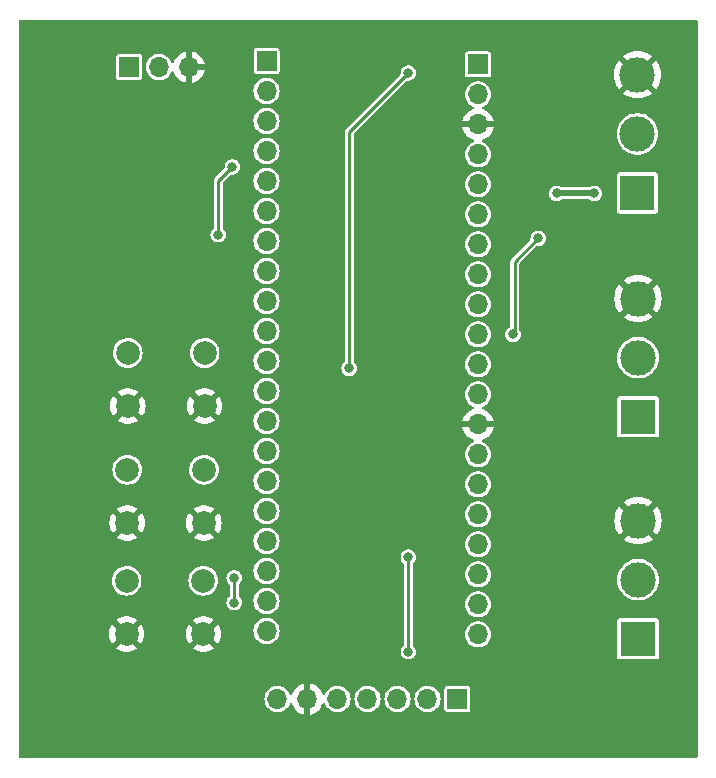
<source format=gbl>
G04 #@! TF.GenerationSoftware,KiCad,Pcbnew,7.0.6*
G04 #@! TF.CreationDate,2024-04-12T16:48:43+03:00*
G04 #@! TF.ProjectId,ecu-emulator,6563752d-656d-4756-9c61-746f722e6b69,rev?*
G04 #@! TF.SameCoordinates,Original*
G04 #@! TF.FileFunction,Copper,L2,Bot*
G04 #@! TF.FilePolarity,Positive*
%FSLAX46Y46*%
G04 Gerber Fmt 4.6, Leading zero omitted, Abs format (unit mm)*
G04 Created by KiCad (PCBNEW 7.0.6) date 2024-04-12 16:48:43*
%MOMM*%
%LPD*%
G01*
G04 APERTURE LIST*
G04 #@! TA.AperFunction,ComponentPad*
%ADD10R,3.000000X3.000000*%
G04 #@! TD*
G04 #@! TA.AperFunction,ComponentPad*
%ADD11C,3.000000*%
G04 #@! TD*
G04 #@! TA.AperFunction,ComponentPad*
%ADD12C,2.000000*%
G04 #@! TD*
G04 #@! TA.AperFunction,ComponentPad*
%ADD13R,1.700000X1.700000*%
G04 #@! TD*
G04 #@! TA.AperFunction,ComponentPad*
%ADD14O,1.700000X1.700000*%
G04 #@! TD*
G04 #@! TA.AperFunction,ViaPad*
%ADD15C,0.800000*%
G04 #@! TD*
G04 #@! TA.AperFunction,ViaPad*
%ADD16C,4.500000*%
G04 #@! TD*
G04 #@! TA.AperFunction,Conductor*
%ADD17C,0.250000*%
G04 #@! TD*
G04 #@! TA.AperFunction,Conductor*
%ADD18C,0.500000*%
G04 #@! TD*
G04 APERTURE END LIST*
D10*
X154450000Y-101900000D03*
D11*
X154450000Y-96900000D03*
X154450000Y-91900000D03*
D12*
X111150000Y-97000000D03*
X117650000Y-97000000D03*
X111150000Y-101500000D03*
X117650000Y-101500000D03*
X111250000Y-77700000D03*
X117750000Y-77700000D03*
X111250000Y-82200000D03*
X117750000Y-82200000D03*
D10*
X154400000Y-64150000D03*
D11*
X154400000Y-59150000D03*
X154400000Y-54150000D03*
D13*
X139160000Y-107000000D03*
D14*
X136620000Y-107000000D03*
X134080000Y-107000000D03*
X131540000Y-107000000D03*
X129000000Y-107000000D03*
X126460000Y-107000000D03*
X123920000Y-107000000D03*
D10*
X154450000Y-83100000D03*
D11*
X154450000Y-78100000D03*
X154450000Y-73100000D03*
D13*
X123000000Y-52980000D03*
D14*
X123000000Y-55520000D03*
X123000000Y-58060000D03*
X123000000Y-60600000D03*
X123000000Y-63140000D03*
X123000000Y-65680000D03*
X123000000Y-68220000D03*
X123000000Y-70760000D03*
X123000000Y-73300000D03*
X123000000Y-75840000D03*
X123000000Y-78380000D03*
X123000000Y-80920000D03*
X123000000Y-83460000D03*
X123000000Y-86000000D03*
X123000000Y-88540000D03*
X123000000Y-91080000D03*
X123000000Y-93620000D03*
X123000000Y-96160000D03*
X123000000Y-98700000D03*
X123000000Y-101240000D03*
D13*
X140900000Y-53280000D03*
D14*
X140900000Y-55820000D03*
X140900000Y-58360000D03*
X140900000Y-60900000D03*
X140900000Y-63440000D03*
X140900000Y-65980000D03*
X140900000Y-68520000D03*
X140900000Y-71060000D03*
X140900000Y-73600000D03*
X140900000Y-76140000D03*
X140900000Y-78680000D03*
X140900000Y-81220000D03*
X140900000Y-83760000D03*
X140900000Y-86300000D03*
X140900000Y-88840000D03*
X140900000Y-91380000D03*
X140900000Y-93920000D03*
X140900000Y-96460000D03*
X140900000Y-99000000D03*
X140900000Y-101540000D03*
D13*
X111360000Y-53500000D03*
D14*
X113900000Y-53500000D03*
X116440000Y-53500000D03*
D12*
X111200000Y-87600000D03*
X117700000Y-87600000D03*
X111200000Y-92100000D03*
X117700000Y-92100000D03*
D15*
X143860000Y-76140000D03*
X146000000Y-68000000D03*
D16*
X106000000Y-109000000D03*
X154000000Y-109000000D03*
D15*
X118650000Y-61300000D03*
D16*
X106000000Y-53000000D03*
D15*
X135000000Y-54000000D03*
X130000000Y-79000000D03*
X147550000Y-64200000D03*
X150750000Y-64200000D03*
X135000000Y-95000000D03*
X135000000Y-103000000D03*
X120100000Y-61950000D03*
X118900000Y-67700000D03*
X120250000Y-96750000D03*
X120262701Y-98837299D03*
D17*
X144000000Y-70000000D02*
X146000000Y-68000000D01*
X144000000Y-76000000D02*
X144000000Y-70000000D01*
X143860000Y-76140000D02*
X144000000Y-76000000D01*
X130000000Y-59000000D02*
X135000000Y-54000000D01*
X130000000Y-74000000D02*
X130000000Y-59000000D01*
X130000000Y-79000000D02*
X130000000Y-74000000D01*
D18*
X150750000Y-64200000D02*
X147550000Y-64200000D01*
D17*
X135000000Y-103000000D02*
X135000000Y-95000000D01*
X120100000Y-61950000D02*
X118900000Y-63150000D01*
X118900000Y-63150000D02*
X118900000Y-67700000D01*
X120250000Y-96750000D02*
X120262701Y-96762701D01*
X120262701Y-96762701D02*
X120262701Y-98837299D01*
G04 #@! TA.AperFunction,Conductor*
G36*
X159442539Y-49520185D02*
G01*
X159488294Y-49572989D01*
X159499500Y-49624500D01*
X159499500Y-111875500D01*
X159479815Y-111942539D01*
X159427011Y-111988294D01*
X159375500Y-111999500D01*
X102124500Y-111999500D01*
X102057461Y-111979815D01*
X102011706Y-111927011D01*
X102000500Y-111875500D01*
X102000500Y-107000000D01*
X122810768Y-107000000D01*
X122829654Y-107203816D01*
X122885673Y-107400704D01*
X122976912Y-107583935D01*
X123100269Y-107747287D01*
X123251537Y-107885185D01*
X123251539Y-107885187D01*
X123425569Y-107992942D01*
X123425575Y-107992945D01*
X123466010Y-108008609D01*
X123616444Y-108066888D01*
X123817653Y-108104500D01*
X123817656Y-108104500D01*
X124022344Y-108104500D01*
X124022347Y-108104500D01*
X124223556Y-108066888D01*
X124414427Y-107992944D01*
X124588462Y-107885186D01*
X124739732Y-107747285D01*
X124863088Y-107583935D01*
X124948380Y-107412645D01*
X124995883Y-107361408D01*
X125063545Y-107343987D01*
X125129886Y-107365912D01*
X125173841Y-107420224D01*
X125179155Y-107435823D01*
X125186567Y-107463485D01*
X125186570Y-107463492D01*
X125286399Y-107677578D01*
X125421894Y-107871082D01*
X125588917Y-108038105D01*
X125782421Y-108173600D01*
X125996507Y-108273429D01*
X125996516Y-108273433D01*
X126210000Y-108330634D01*
X126210000Y-107435501D01*
X126317685Y-107484680D01*
X126424237Y-107500000D01*
X126495763Y-107500000D01*
X126602315Y-107484680D01*
X126710000Y-107435501D01*
X126710000Y-108330633D01*
X126923483Y-108273433D01*
X126923492Y-108273429D01*
X127137578Y-108173600D01*
X127331082Y-108038105D01*
X127498105Y-107871082D01*
X127633600Y-107677578D01*
X127733429Y-107463492D01*
X127733435Y-107463478D01*
X127740844Y-107435826D01*
X127777207Y-107376165D01*
X127840054Y-107345634D01*
X127909429Y-107353928D01*
X127963308Y-107398412D01*
X127971619Y-107412645D01*
X128056912Y-107583935D01*
X128180269Y-107747287D01*
X128331537Y-107885185D01*
X128331539Y-107885187D01*
X128505569Y-107992942D01*
X128505575Y-107992945D01*
X128546010Y-108008609D01*
X128696444Y-108066888D01*
X128897653Y-108104500D01*
X128897656Y-108104500D01*
X129102344Y-108104500D01*
X129102347Y-108104500D01*
X129303556Y-108066888D01*
X129494427Y-107992944D01*
X129668462Y-107885186D01*
X129819732Y-107747285D01*
X129943088Y-107583935D01*
X130034328Y-107400701D01*
X130090345Y-107203821D01*
X130109232Y-107000000D01*
X130430768Y-107000000D01*
X130449654Y-107203816D01*
X130505673Y-107400704D01*
X130596912Y-107583935D01*
X130720269Y-107747287D01*
X130871537Y-107885185D01*
X130871539Y-107885187D01*
X131045569Y-107992942D01*
X131045575Y-107992945D01*
X131086010Y-108008609D01*
X131236444Y-108066888D01*
X131437653Y-108104500D01*
X131437656Y-108104500D01*
X131642344Y-108104500D01*
X131642347Y-108104500D01*
X131843556Y-108066888D01*
X132034427Y-107992944D01*
X132208462Y-107885186D01*
X132359732Y-107747285D01*
X132483088Y-107583935D01*
X132574328Y-107400701D01*
X132630345Y-107203821D01*
X132649232Y-107000000D01*
X132970768Y-107000000D01*
X132989654Y-107203816D01*
X133045673Y-107400704D01*
X133136912Y-107583935D01*
X133260269Y-107747287D01*
X133411537Y-107885185D01*
X133411539Y-107885187D01*
X133585569Y-107992942D01*
X133585575Y-107992945D01*
X133626010Y-108008609D01*
X133776444Y-108066888D01*
X133977653Y-108104500D01*
X133977656Y-108104500D01*
X134182344Y-108104500D01*
X134182347Y-108104500D01*
X134383556Y-108066888D01*
X134574427Y-107992944D01*
X134748462Y-107885186D01*
X134899732Y-107747285D01*
X135023088Y-107583935D01*
X135114328Y-107400701D01*
X135170345Y-107203821D01*
X135189232Y-107000000D01*
X135510768Y-107000000D01*
X135529654Y-107203816D01*
X135585673Y-107400704D01*
X135676912Y-107583935D01*
X135800269Y-107747287D01*
X135951537Y-107885185D01*
X135951539Y-107885187D01*
X136125569Y-107992942D01*
X136125575Y-107992945D01*
X136166010Y-108008609D01*
X136316444Y-108066888D01*
X136517653Y-108104500D01*
X136517656Y-108104500D01*
X136722344Y-108104500D01*
X136722347Y-108104500D01*
X136923556Y-108066888D01*
X137114427Y-107992944D01*
X137288462Y-107885186D01*
X137299566Y-107875063D01*
X138055500Y-107875063D01*
X138070266Y-107949301D01*
X138126515Y-108033484D01*
X138160234Y-108056014D01*
X138210699Y-108089734D01*
X138210702Y-108089734D01*
X138210703Y-108089735D01*
X138235666Y-108094700D01*
X138284933Y-108104500D01*
X140035066Y-108104499D01*
X140109301Y-108089734D01*
X140193484Y-108033484D01*
X140249734Y-107949301D01*
X140264500Y-107875067D01*
X140264499Y-106124934D01*
X140249734Y-106050699D01*
X140220571Y-106007054D01*
X140193484Y-105966515D01*
X140143019Y-105932796D01*
X140109301Y-105910266D01*
X140109299Y-105910265D01*
X140109296Y-105910264D01*
X140035069Y-105895500D01*
X138284936Y-105895500D01*
X138210698Y-105910266D01*
X138126515Y-105966515D01*
X138070266Y-106050699D01*
X138070264Y-106050703D01*
X138055500Y-106124928D01*
X138055500Y-107875063D01*
X137299566Y-107875063D01*
X137439732Y-107747285D01*
X137563088Y-107583935D01*
X137654328Y-107400701D01*
X137710345Y-107203821D01*
X137729232Y-107000000D01*
X137710345Y-106796179D01*
X137654328Y-106599299D01*
X137563088Y-106416065D01*
X137439732Y-106252715D01*
X137439730Y-106252712D01*
X137288462Y-106114814D01*
X137288460Y-106114812D01*
X137114430Y-106007057D01*
X137114424Y-106007054D01*
X136963993Y-105948777D01*
X136923556Y-105933112D01*
X136722347Y-105895500D01*
X136517653Y-105895500D01*
X136316444Y-105933112D01*
X136316441Y-105933112D01*
X136316441Y-105933113D01*
X136125575Y-106007054D01*
X136125569Y-106007057D01*
X135951539Y-106114812D01*
X135951537Y-106114814D01*
X135800269Y-106252712D01*
X135676912Y-106416064D01*
X135585673Y-106599295D01*
X135529654Y-106796183D01*
X135510768Y-106999999D01*
X135510768Y-107000000D01*
X135189232Y-107000000D01*
X135170345Y-106796179D01*
X135114328Y-106599299D01*
X135023088Y-106416065D01*
X134899732Y-106252715D01*
X134899730Y-106252712D01*
X134748462Y-106114814D01*
X134748460Y-106114812D01*
X134574430Y-106007057D01*
X134574424Y-106007054D01*
X134423993Y-105948777D01*
X134383556Y-105933112D01*
X134182347Y-105895500D01*
X133977653Y-105895500D01*
X133776444Y-105933112D01*
X133776441Y-105933112D01*
X133776441Y-105933113D01*
X133585575Y-106007054D01*
X133585569Y-106007057D01*
X133411539Y-106114812D01*
X133411537Y-106114814D01*
X133260269Y-106252712D01*
X133136912Y-106416064D01*
X133045673Y-106599295D01*
X132989654Y-106796183D01*
X132970768Y-106999999D01*
X132970768Y-107000000D01*
X132649232Y-107000000D01*
X132630345Y-106796179D01*
X132574328Y-106599299D01*
X132483088Y-106416065D01*
X132359732Y-106252715D01*
X132359730Y-106252712D01*
X132208462Y-106114814D01*
X132208460Y-106114812D01*
X132034430Y-106007057D01*
X132034424Y-106007054D01*
X131883993Y-105948777D01*
X131843556Y-105933112D01*
X131642347Y-105895500D01*
X131437653Y-105895500D01*
X131236444Y-105933112D01*
X131236441Y-105933112D01*
X131236441Y-105933113D01*
X131045575Y-106007054D01*
X131045569Y-106007057D01*
X130871539Y-106114812D01*
X130871537Y-106114814D01*
X130720269Y-106252712D01*
X130596912Y-106416064D01*
X130505673Y-106599295D01*
X130449654Y-106796183D01*
X130430768Y-106999999D01*
X130430768Y-107000000D01*
X130109232Y-107000000D01*
X130090345Y-106796179D01*
X130034328Y-106599299D01*
X129943088Y-106416065D01*
X129819732Y-106252715D01*
X129819730Y-106252712D01*
X129668462Y-106114814D01*
X129668460Y-106114812D01*
X129494430Y-106007057D01*
X129494424Y-106007054D01*
X129343993Y-105948777D01*
X129303556Y-105933112D01*
X129102347Y-105895500D01*
X128897653Y-105895500D01*
X128696444Y-105933112D01*
X128696441Y-105933112D01*
X128696441Y-105933113D01*
X128505575Y-106007054D01*
X128505569Y-106007057D01*
X128331539Y-106114812D01*
X128331537Y-106114814D01*
X128180269Y-106252712D01*
X128056912Y-106416064D01*
X127971619Y-106587354D01*
X127924116Y-106638591D01*
X127856453Y-106656012D01*
X127790112Y-106634086D01*
X127746158Y-106579775D01*
X127740844Y-106564174D01*
X127733434Y-106536518D01*
X127733429Y-106536507D01*
X127633600Y-106322422D01*
X127633599Y-106322420D01*
X127498113Y-106128926D01*
X127498108Y-106128920D01*
X127331082Y-105961894D01*
X127137578Y-105826399D01*
X126923492Y-105726570D01*
X126923486Y-105726567D01*
X126710000Y-105669364D01*
X126710000Y-106564498D01*
X126602315Y-106515320D01*
X126495763Y-106500000D01*
X126424237Y-106500000D01*
X126317685Y-106515320D01*
X126210000Y-106564498D01*
X126210000Y-105669364D01*
X126209999Y-105669364D01*
X125996513Y-105726567D01*
X125996507Y-105726570D01*
X125782422Y-105826399D01*
X125782420Y-105826400D01*
X125588926Y-105961886D01*
X125588920Y-105961891D01*
X125421891Y-106128920D01*
X125421886Y-106128926D01*
X125286400Y-106322420D01*
X125286399Y-106322422D01*
X125186570Y-106536507D01*
X125186564Y-106536522D01*
X125179154Y-106564177D01*
X125142788Y-106623837D01*
X125079941Y-106654365D01*
X125010566Y-106646070D01*
X124956688Y-106601583D01*
X124948380Y-106587354D01*
X124936838Y-106564174D01*
X124863088Y-106416065D01*
X124739732Y-106252715D01*
X124739730Y-106252712D01*
X124588462Y-106114814D01*
X124588460Y-106114812D01*
X124414430Y-106007057D01*
X124414424Y-106007054D01*
X124263993Y-105948777D01*
X124223556Y-105933112D01*
X124022347Y-105895500D01*
X123817653Y-105895500D01*
X123616444Y-105933112D01*
X123616441Y-105933112D01*
X123616441Y-105933113D01*
X123425575Y-106007054D01*
X123425569Y-106007057D01*
X123251539Y-106114812D01*
X123251537Y-106114814D01*
X123100269Y-106252712D01*
X122976912Y-106416064D01*
X122885673Y-106599295D01*
X122829654Y-106796183D01*
X122810768Y-106999999D01*
X122810768Y-107000000D01*
X102000500Y-107000000D01*
X102000500Y-101500005D01*
X109644858Y-101500005D01*
X109665385Y-101747729D01*
X109665387Y-101747738D01*
X109726412Y-101988717D01*
X109826266Y-102216364D01*
X109926564Y-102369882D01*
X110624070Y-101672376D01*
X110626884Y-101685915D01*
X110696442Y-101820156D01*
X110799638Y-101930652D01*
X110928819Y-102009209D01*
X110980002Y-102023549D01*
X110279942Y-102723609D01*
X110326768Y-102760055D01*
X110326770Y-102760056D01*
X110545385Y-102878364D01*
X110545396Y-102878369D01*
X110780506Y-102959083D01*
X111025707Y-103000000D01*
X111274293Y-103000000D01*
X111519493Y-102959083D01*
X111754603Y-102878369D01*
X111754614Y-102878364D01*
X111973228Y-102760057D01*
X111973231Y-102760055D01*
X112020056Y-102723609D01*
X111321568Y-102025121D01*
X111438458Y-101974349D01*
X111555739Y-101878934D01*
X111642928Y-101755415D01*
X111673355Y-101669801D01*
X112373434Y-102369882D01*
X112473731Y-102216369D01*
X112573587Y-101988717D01*
X112634612Y-101747738D01*
X112634614Y-101747729D01*
X112655141Y-101500005D01*
X116144858Y-101500005D01*
X116165385Y-101747729D01*
X116165387Y-101747738D01*
X116226412Y-101988717D01*
X116326266Y-102216364D01*
X116426564Y-102369882D01*
X117124070Y-101672376D01*
X117126884Y-101685915D01*
X117196442Y-101820156D01*
X117299638Y-101930652D01*
X117428819Y-102009209D01*
X117480002Y-102023549D01*
X116779942Y-102723609D01*
X116826768Y-102760055D01*
X116826770Y-102760056D01*
X117045385Y-102878364D01*
X117045396Y-102878369D01*
X117280506Y-102959083D01*
X117525707Y-103000000D01*
X117774293Y-103000000D01*
X134340693Y-103000000D01*
X134359850Y-103157781D01*
X134400427Y-103264773D01*
X134416213Y-103306395D01*
X134506502Y-103437201D01*
X134506504Y-103437203D01*
X134506506Y-103437205D01*
X134625469Y-103542598D01*
X134625471Y-103542599D01*
X134766207Y-103616463D01*
X134843367Y-103635481D01*
X134920528Y-103654500D01*
X134920529Y-103654500D01*
X135079472Y-103654500D01*
X135139383Y-103639733D01*
X135233793Y-103616463D01*
X135374529Y-103542599D01*
X135493498Y-103437201D01*
X135501876Y-103425063D01*
X152695500Y-103425063D01*
X152710266Y-103499301D01*
X152766515Y-103583484D01*
X152800234Y-103606014D01*
X152850699Y-103639734D01*
X152850702Y-103639734D01*
X152850703Y-103639735D01*
X152875666Y-103644700D01*
X152924933Y-103654500D01*
X155975066Y-103654499D01*
X156049301Y-103639734D01*
X156133484Y-103583484D01*
X156189734Y-103499301D01*
X156204500Y-103425067D01*
X156204499Y-100374934D01*
X156189734Y-100300699D01*
X156153891Y-100247057D01*
X156133484Y-100216515D01*
X156083019Y-100182796D01*
X156049301Y-100160266D01*
X156049299Y-100160265D01*
X156049296Y-100160264D01*
X155975069Y-100145500D01*
X152924936Y-100145500D01*
X152850698Y-100160266D01*
X152766515Y-100216515D01*
X152710266Y-100300699D01*
X152710264Y-100300703D01*
X152695500Y-100374928D01*
X152695500Y-103425063D01*
X135501876Y-103425063D01*
X135583787Y-103306395D01*
X135640149Y-103157782D01*
X135659307Y-103000000D01*
X135644538Y-102878369D01*
X135640149Y-102842218D01*
X135608989Y-102760057D01*
X135583787Y-102693605D01*
X135493498Y-102562799D01*
X135493494Y-102562796D01*
X135493492Y-102562793D01*
X135421272Y-102498810D01*
X135384146Y-102439620D01*
X135379500Y-102405996D01*
X135379500Y-101540000D01*
X139790768Y-101540000D01*
X139809654Y-101743816D01*
X139809654Y-101743818D01*
X139809655Y-101743821D01*
X139848098Y-101878934D01*
X139865673Y-101940704D01*
X139956912Y-102123935D01*
X140080269Y-102287287D01*
X140231537Y-102425185D01*
X140231539Y-102425187D01*
X140405569Y-102532942D01*
X140405575Y-102532945D01*
X140446010Y-102548609D01*
X140596444Y-102606888D01*
X140797653Y-102644500D01*
X140797656Y-102644500D01*
X141002344Y-102644500D01*
X141002347Y-102644500D01*
X141203556Y-102606888D01*
X141394427Y-102532944D01*
X141568462Y-102425186D01*
X141719732Y-102287285D01*
X141843088Y-102123935D01*
X141934328Y-101940701D01*
X141990345Y-101743821D01*
X142009232Y-101540000D01*
X141990345Y-101336179D01*
X141934328Y-101139299D01*
X141843088Y-100956065D01*
X141719732Y-100792715D01*
X141719730Y-100792712D01*
X141568462Y-100654814D01*
X141568460Y-100654812D01*
X141394430Y-100547057D01*
X141394424Y-100547054D01*
X141243993Y-100488777D01*
X141203556Y-100473112D01*
X141002347Y-100435500D01*
X140797653Y-100435500D01*
X140596444Y-100473112D01*
X140596441Y-100473112D01*
X140596441Y-100473113D01*
X140405575Y-100547054D01*
X140405569Y-100547057D01*
X140231539Y-100654812D01*
X140231537Y-100654814D01*
X140080269Y-100792712D01*
X139956912Y-100956064D01*
X139865673Y-101139295D01*
X139809654Y-101336183D01*
X139790768Y-101539999D01*
X139790768Y-101540000D01*
X135379500Y-101540000D01*
X135379500Y-99000000D01*
X139790768Y-99000000D01*
X139809654Y-99203816D01*
X139809654Y-99203818D01*
X139809655Y-99203821D01*
X139859753Y-99379897D01*
X139865673Y-99400704D01*
X139956912Y-99583935D01*
X140080269Y-99747287D01*
X140231537Y-99885185D01*
X140231539Y-99885187D01*
X140405569Y-99992942D01*
X140405575Y-99992945D01*
X140446010Y-100008609D01*
X140596444Y-100066888D01*
X140797653Y-100104500D01*
X140797656Y-100104500D01*
X141002344Y-100104500D01*
X141002347Y-100104500D01*
X141203556Y-100066888D01*
X141394427Y-99992944D01*
X141568462Y-99885186D01*
X141719732Y-99747285D01*
X141843088Y-99583935D01*
X141934328Y-99400701D01*
X141990345Y-99203821D01*
X142009232Y-99000000D01*
X141990345Y-98796179D01*
X141934328Y-98599299D01*
X141843088Y-98416065D01*
X141719732Y-98252715D01*
X141719730Y-98252712D01*
X141568462Y-98114814D01*
X141568460Y-98114812D01*
X141394430Y-98007057D01*
X141394424Y-98007054D01*
X141243993Y-97948777D01*
X141203556Y-97933112D01*
X141002347Y-97895500D01*
X140797653Y-97895500D01*
X140596444Y-97933112D01*
X140596441Y-97933112D01*
X140596441Y-97933113D01*
X140405575Y-98007054D01*
X140405569Y-98007057D01*
X140231539Y-98114812D01*
X140231537Y-98114814D01*
X140080269Y-98252712D01*
X139956912Y-98416064D01*
X139865673Y-98599295D01*
X139809654Y-98796183D01*
X139790768Y-98999999D01*
X139790768Y-99000000D01*
X135379500Y-99000000D01*
X135379500Y-96460000D01*
X139790768Y-96460000D01*
X139809654Y-96663816D01*
X139809654Y-96663818D01*
X139809655Y-96663821D01*
X139865672Y-96860701D01*
X139865673Y-96860704D01*
X139956912Y-97043935D01*
X140080269Y-97207287D01*
X140231537Y-97345185D01*
X140231539Y-97345187D01*
X140405569Y-97452942D01*
X140405575Y-97452945D01*
X140446010Y-97468609D01*
X140596444Y-97526888D01*
X140797653Y-97564500D01*
X140797656Y-97564500D01*
X141002344Y-97564500D01*
X141002347Y-97564500D01*
X141203556Y-97526888D01*
X141394427Y-97452944D01*
X141568462Y-97345186D01*
X141707239Y-97218674D01*
X141719730Y-97207287D01*
X141719732Y-97207285D01*
X141843088Y-97043935D01*
X141914757Y-96900004D01*
X152690580Y-96900004D01*
X152710229Y-97162218D01*
X152710230Y-97162223D01*
X152768742Y-97418584D01*
X152768744Y-97418593D01*
X152768746Y-97418598D01*
X152864817Y-97663384D01*
X152996299Y-97891117D01*
X153160254Y-98096710D01*
X153353020Y-98275570D01*
X153570290Y-98423702D01*
X153807212Y-98537798D01*
X154058492Y-98615308D01*
X154058493Y-98615308D01*
X154058496Y-98615309D01*
X154318510Y-98654499D01*
X154318515Y-98654499D01*
X154318518Y-98654500D01*
X154318519Y-98654500D01*
X154581481Y-98654500D01*
X154581482Y-98654500D01*
X154581489Y-98654499D01*
X154841503Y-98615309D01*
X154841504Y-98615308D01*
X154841508Y-98615308D01*
X155092788Y-98537798D01*
X155329710Y-98423702D01*
X155546980Y-98275570D01*
X155739746Y-98096710D01*
X155903701Y-97891117D01*
X156035183Y-97663384D01*
X156131254Y-97418598D01*
X156189769Y-97162228D01*
X156201926Y-97000000D01*
X156209420Y-96900004D01*
X156209420Y-96899995D01*
X156189770Y-96637781D01*
X156189769Y-96637776D01*
X156189769Y-96637772D01*
X156131254Y-96381402D01*
X156035183Y-96136616D01*
X155903701Y-95908883D01*
X155739746Y-95703290D01*
X155546980Y-95524430D01*
X155329710Y-95376298D01*
X155329707Y-95376297D01*
X155329705Y-95376295D01*
X155092788Y-95262202D01*
X154841509Y-95184692D01*
X154841503Y-95184690D01*
X154581489Y-95145500D01*
X154581482Y-95145500D01*
X154318518Y-95145500D01*
X154318510Y-95145500D01*
X154058496Y-95184690D01*
X154058490Y-95184692D01*
X153807211Y-95262202D01*
X153570294Y-95376295D01*
X153353019Y-95524430D01*
X153160256Y-95703288D01*
X153160254Y-95703290D01*
X152996299Y-95908883D01*
X152864817Y-96136615D01*
X152768748Y-96381396D01*
X152768742Y-96381415D01*
X152710230Y-96637776D01*
X152710229Y-96637781D01*
X152690580Y-96899995D01*
X152690580Y-96900004D01*
X141914757Y-96900004D01*
X141934328Y-96860701D01*
X141990345Y-96663821D01*
X142009232Y-96460000D01*
X142007712Y-96443602D01*
X142000925Y-96370354D01*
X141990345Y-96256179D01*
X141934328Y-96059299D01*
X141843088Y-95876065D01*
X141719732Y-95712715D01*
X141719730Y-95712712D01*
X141568462Y-95574814D01*
X141568460Y-95574812D01*
X141394430Y-95467057D01*
X141394424Y-95467054D01*
X141243993Y-95408777D01*
X141203556Y-95393112D01*
X141002347Y-95355500D01*
X140797653Y-95355500D01*
X140596444Y-95393112D01*
X140596441Y-95393112D01*
X140596441Y-95393113D01*
X140405575Y-95467054D01*
X140405569Y-95467057D01*
X140231539Y-95574812D01*
X140231537Y-95574814D01*
X140080269Y-95712712D01*
X139956912Y-95876064D01*
X139865673Y-96059295D01*
X139865671Y-96059299D01*
X139865672Y-96059299D01*
X139823534Y-96207401D01*
X139809654Y-96256183D01*
X139790768Y-96459999D01*
X139790768Y-96460000D01*
X135379500Y-96460000D01*
X135379500Y-95594002D01*
X135399185Y-95526963D01*
X135421273Y-95501187D01*
X135493498Y-95437201D01*
X135583787Y-95306395D01*
X135640149Y-95157782D01*
X135659307Y-95000000D01*
X135640149Y-94842218D01*
X135583787Y-94693605D01*
X135493498Y-94562799D01*
X135493495Y-94562796D01*
X135493493Y-94562794D01*
X135374530Y-94457401D01*
X135233791Y-94383536D01*
X135079472Y-94345500D01*
X135079471Y-94345500D01*
X134920529Y-94345500D01*
X134920528Y-94345500D01*
X134766208Y-94383536D01*
X134625469Y-94457401D01*
X134506506Y-94562794D01*
X134506500Y-94562801D01*
X134416214Y-94693602D01*
X134359850Y-94842218D01*
X134340693Y-94999999D01*
X134340693Y-95000000D01*
X134359850Y-95157781D01*
X134416214Y-95306397D01*
X134492343Y-95416689D01*
X134506502Y-95437201D01*
X134506504Y-95437203D01*
X134506506Y-95437205D01*
X134578727Y-95501187D01*
X134615854Y-95560376D01*
X134620500Y-95594002D01*
X134620500Y-102405996D01*
X134600815Y-102473035D01*
X134578728Y-102498810D01*
X134506507Y-102562793D01*
X134506500Y-102562801D01*
X134416214Y-102693602D01*
X134359850Y-102842218D01*
X134340693Y-102999999D01*
X134340693Y-103000000D01*
X117774293Y-103000000D01*
X118019493Y-102959083D01*
X118254603Y-102878369D01*
X118254614Y-102878364D01*
X118473228Y-102760057D01*
X118473231Y-102760055D01*
X118520056Y-102723609D01*
X117821568Y-102025121D01*
X117938458Y-101974349D01*
X118055739Y-101878934D01*
X118142928Y-101755415D01*
X118173355Y-101669801D01*
X118873434Y-102369882D01*
X118973731Y-102216369D01*
X119073587Y-101988717D01*
X119134612Y-101747738D01*
X119134614Y-101747729D01*
X119155141Y-101500005D01*
X119155141Y-101499994D01*
X119134614Y-101252270D01*
X119134612Y-101252261D01*
X119131507Y-101240000D01*
X121890768Y-101240000D01*
X121909654Y-101443816D01*
X121909654Y-101443818D01*
X121909655Y-101443821D01*
X121925641Y-101500005D01*
X121965673Y-101640704D01*
X122056912Y-101823935D01*
X122180269Y-101987287D01*
X122331537Y-102125185D01*
X122331539Y-102125187D01*
X122505569Y-102232942D01*
X122505575Y-102232945D01*
X122546010Y-102248609D01*
X122696444Y-102306888D01*
X122897653Y-102344500D01*
X122897656Y-102344500D01*
X123102344Y-102344500D01*
X123102347Y-102344500D01*
X123303556Y-102306888D01*
X123494427Y-102232944D01*
X123668462Y-102125186D01*
X123819732Y-101987285D01*
X123943088Y-101823935D01*
X124034328Y-101640701D01*
X124090345Y-101443821D01*
X124109232Y-101240000D01*
X124090345Y-101036179D01*
X124034328Y-100839299D01*
X123943088Y-100656065D01*
X123819732Y-100492715D01*
X123819730Y-100492712D01*
X123668462Y-100354814D01*
X123668460Y-100354812D01*
X123494430Y-100247057D01*
X123494424Y-100247054D01*
X123343993Y-100188777D01*
X123303556Y-100173112D01*
X123102347Y-100135500D01*
X122897653Y-100135500D01*
X122696444Y-100173112D01*
X122696441Y-100173112D01*
X122696441Y-100173113D01*
X122505575Y-100247054D01*
X122505569Y-100247057D01*
X122331539Y-100354812D01*
X122331537Y-100354814D01*
X122180269Y-100492712D01*
X122056912Y-100656064D01*
X121965673Y-100839295D01*
X121965671Y-100839299D01*
X121965672Y-100839299D01*
X121912651Y-101025651D01*
X121909654Y-101036183D01*
X121890768Y-101239999D01*
X121890768Y-101240000D01*
X119131507Y-101240000D01*
X119073587Y-101011282D01*
X118973731Y-100783630D01*
X118873434Y-100630116D01*
X118175928Y-101327621D01*
X118173116Y-101314085D01*
X118103558Y-101179844D01*
X118000362Y-101069348D01*
X117871181Y-100990791D01*
X117819997Y-100976450D01*
X118520057Y-100276390D01*
X118520056Y-100276389D01*
X118473229Y-100239943D01*
X118254614Y-100121635D01*
X118254603Y-100121630D01*
X118019493Y-100040916D01*
X117774293Y-100000000D01*
X117525707Y-100000000D01*
X117280506Y-100040916D01*
X117045396Y-100121630D01*
X117045390Y-100121632D01*
X116826761Y-100239949D01*
X116779942Y-100276388D01*
X116779942Y-100276390D01*
X117478431Y-100974878D01*
X117361542Y-101025651D01*
X117244261Y-101121066D01*
X117157072Y-101244585D01*
X117126645Y-101330197D01*
X116426564Y-100630116D01*
X116326267Y-100783632D01*
X116226412Y-101011282D01*
X116165387Y-101252261D01*
X116165385Y-101252270D01*
X116144858Y-101499994D01*
X116144858Y-101500005D01*
X112655141Y-101500005D01*
X112655141Y-101499994D01*
X112634614Y-101252270D01*
X112634612Y-101252261D01*
X112573587Y-101011282D01*
X112473731Y-100783630D01*
X112373434Y-100630116D01*
X111675928Y-101327621D01*
X111673116Y-101314085D01*
X111603558Y-101179844D01*
X111500362Y-101069348D01*
X111371181Y-100990791D01*
X111319997Y-100976450D01*
X112020057Y-100276390D01*
X112020056Y-100276389D01*
X111973229Y-100239943D01*
X111754614Y-100121635D01*
X111754603Y-100121630D01*
X111519493Y-100040916D01*
X111274293Y-100000000D01*
X111025707Y-100000000D01*
X110780506Y-100040916D01*
X110545396Y-100121630D01*
X110545390Y-100121632D01*
X110326761Y-100239949D01*
X110279942Y-100276388D01*
X110279942Y-100276390D01*
X110978431Y-100974878D01*
X110861542Y-101025651D01*
X110744261Y-101121066D01*
X110657072Y-101244585D01*
X110626645Y-101330197D01*
X109926564Y-100630116D01*
X109826267Y-100783632D01*
X109726412Y-101011282D01*
X109665387Y-101252261D01*
X109665385Y-101252270D01*
X109644858Y-101499994D01*
X109644858Y-101500005D01*
X102000500Y-101500005D01*
X102000500Y-97000002D01*
X109890708Y-97000002D01*
X109908842Y-97207287D01*
X109909839Y-97218674D01*
X109966653Y-97430703D01*
X109966654Y-97430706D01*
X109966655Y-97430708D01*
X110059419Y-97629642D01*
X110059423Y-97629650D01*
X110185322Y-97809452D01*
X110185327Y-97809458D01*
X110340541Y-97964672D01*
X110340547Y-97964677D01*
X110520349Y-98090576D01*
X110520351Y-98090577D01*
X110520354Y-98090579D01*
X110719297Y-98183347D01*
X110931326Y-98240161D01*
X111074823Y-98252715D01*
X111149998Y-98259292D01*
X111150000Y-98259292D01*
X111150002Y-98259292D01*
X111225177Y-98252715D01*
X111368674Y-98240161D01*
X111580703Y-98183347D01*
X111779646Y-98090579D01*
X111959457Y-97964674D01*
X112114674Y-97809457D01*
X112240579Y-97629646D01*
X112333347Y-97430703D01*
X112390161Y-97218674D01*
X112409292Y-97000002D01*
X116390708Y-97000002D01*
X116408842Y-97207287D01*
X116409839Y-97218674D01*
X116466653Y-97430703D01*
X116466654Y-97430706D01*
X116466655Y-97430708D01*
X116559419Y-97629642D01*
X116559423Y-97629650D01*
X116685322Y-97809452D01*
X116685327Y-97809458D01*
X116840541Y-97964672D01*
X116840547Y-97964677D01*
X117020349Y-98090576D01*
X117020351Y-98090577D01*
X117020354Y-98090579D01*
X117219297Y-98183347D01*
X117431326Y-98240161D01*
X117574823Y-98252715D01*
X117649998Y-98259292D01*
X117650000Y-98259292D01*
X117650002Y-98259292D01*
X117725177Y-98252715D01*
X117868674Y-98240161D01*
X118080703Y-98183347D01*
X118279646Y-98090579D01*
X118459457Y-97964674D01*
X118614674Y-97809457D01*
X118740579Y-97629646D01*
X118833347Y-97430703D01*
X118890161Y-97218674D01*
X118909292Y-97000000D01*
X118890161Y-96781326D01*
X118881767Y-96750000D01*
X119590693Y-96750000D01*
X119609850Y-96907781D01*
X119644824Y-96999997D01*
X119666213Y-97056395D01*
X119756502Y-97187201D01*
X119756503Y-97187202D01*
X119756506Y-97187205D01*
X119841428Y-97262439D01*
X119878555Y-97321628D01*
X119883201Y-97355254D01*
X119883201Y-98243295D01*
X119863516Y-98310334D01*
X119841429Y-98336109D01*
X119769208Y-98400092D01*
X119769201Y-98400100D01*
X119678915Y-98530901D01*
X119622551Y-98679517D01*
X119603394Y-98837298D01*
X119603394Y-98837299D01*
X119622551Y-98995080D01*
X119662609Y-99100701D01*
X119678914Y-99143694D01*
X119769203Y-99274500D01*
X119769205Y-99274502D01*
X119769207Y-99274504D01*
X119888170Y-99379897D01*
X119888172Y-99379898D01*
X120028908Y-99453762D01*
X120106068Y-99472780D01*
X120183229Y-99491799D01*
X120183230Y-99491799D01*
X120342173Y-99491799D01*
X120393612Y-99479119D01*
X120496494Y-99453762D01*
X120637230Y-99379898D01*
X120756199Y-99274500D01*
X120846488Y-99143694D01*
X120902850Y-98995081D01*
X120922008Y-98837299D01*
X120905337Y-98700000D01*
X121890768Y-98700000D01*
X121909654Y-98903816D01*
X121909654Y-98903818D01*
X121909655Y-98903821D01*
X121935621Y-98995081D01*
X121965673Y-99100704D01*
X122056912Y-99283935D01*
X122180269Y-99447287D01*
X122331537Y-99585185D01*
X122331539Y-99585187D01*
X122505569Y-99692942D01*
X122505575Y-99692945D01*
X122546010Y-99708609D01*
X122696444Y-99766888D01*
X122897653Y-99804500D01*
X122897656Y-99804500D01*
X123102344Y-99804500D01*
X123102347Y-99804500D01*
X123303556Y-99766888D01*
X123494427Y-99692944D01*
X123668462Y-99585186D01*
X123819732Y-99447285D01*
X123943088Y-99283935D01*
X124034328Y-99100701D01*
X124090345Y-98903821D01*
X124109232Y-98700000D01*
X124090345Y-98496179D01*
X124034328Y-98299299D01*
X123943088Y-98116065D01*
X123828763Y-97964674D01*
X123819730Y-97952712D01*
X123668462Y-97814814D01*
X123668460Y-97814812D01*
X123494430Y-97707057D01*
X123494424Y-97707054D01*
X123343993Y-97648777D01*
X123303556Y-97633112D01*
X123102347Y-97595500D01*
X122897653Y-97595500D01*
X122696444Y-97633112D01*
X122696441Y-97633112D01*
X122696441Y-97633113D01*
X122505575Y-97707054D01*
X122505569Y-97707057D01*
X122331539Y-97814812D01*
X122331537Y-97814814D01*
X122180269Y-97952712D01*
X122056912Y-98116064D01*
X121965673Y-98299295D01*
X121909654Y-98496183D01*
X121890768Y-98699999D01*
X121890768Y-98700000D01*
X120905337Y-98700000D01*
X120902850Y-98679517D01*
X120846488Y-98530904D01*
X120756199Y-98400098D01*
X120683971Y-98336109D01*
X120646846Y-98276920D01*
X120642200Y-98243295D01*
X120642200Y-97332750D01*
X120661885Y-97265711D01*
X120683974Y-97239934D01*
X120743497Y-97187202D01*
X120743500Y-97187198D01*
X120833787Y-97056395D01*
X120890149Y-96907782D01*
X120909307Y-96750000D01*
X120890149Y-96592218D01*
X120833787Y-96443605D01*
X120743498Y-96312799D01*
X120743495Y-96312796D01*
X120743493Y-96312794D01*
X120624530Y-96207401D01*
X120534215Y-96160000D01*
X121890768Y-96160000D01*
X121909654Y-96363816D01*
X121909654Y-96363818D01*
X121909655Y-96363821D01*
X121937020Y-96459999D01*
X121965673Y-96560704D01*
X122056912Y-96743935D01*
X122180269Y-96907287D01*
X122331537Y-97045185D01*
X122331539Y-97045187D01*
X122505569Y-97152942D01*
X122505575Y-97152945D01*
X122546010Y-97168609D01*
X122696444Y-97226888D01*
X122897653Y-97264500D01*
X122897656Y-97264500D01*
X123102344Y-97264500D01*
X123102347Y-97264500D01*
X123303556Y-97226888D01*
X123494427Y-97152944D01*
X123668462Y-97045186D01*
X123819732Y-96907285D01*
X123943088Y-96743935D01*
X124034328Y-96560701D01*
X124090345Y-96363821D01*
X124109232Y-96160000D01*
X124090345Y-95956179D01*
X124034328Y-95759299D01*
X123943088Y-95576065D01*
X123819732Y-95412715D01*
X123819730Y-95412712D01*
X123668462Y-95274814D01*
X123668460Y-95274812D01*
X123494430Y-95167057D01*
X123494424Y-95167054D01*
X123343993Y-95108777D01*
X123303556Y-95093112D01*
X123102347Y-95055500D01*
X122897653Y-95055500D01*
X122696444Y-95093112D01*
X122696441Y-95093112D01*
X122696441Y-95093113D01*
X122505575Y-95167054D01*
X122505569Y-95167057D01*
X122331539Y-95274812D01*
X122331537Y-95274814D01*
X122180269Y-95412712D01*
X122056912Y-95576064D01*
X121965673Y-95759295D01*
X121909654Y-95956183D01*
X121890768Y-96159999D01*
X121890768Y-96160000D01*
X120534215Y-96160000D01*
X120495961Y-96139923D01*
X120483793Y-96133537D01*
X120483792Y-96133536D01*
X120483791Y-96133536D01*
X120329472Y-96095500D01*
X120329471Y-96095500D01*
X120170529Y-96095500D01*
X120170528Y-96095500D01*
X120016208Y-96133536D01*
X119875469Y-96207401D01*
X119756506Y-96312794D01*
X119756500Y-96312801D01*
X119666214Y-96443602D01*
X119609850Y-96592218D01*
X119590693Y-96749999D01*
X119590693Y-96750000D01*
X118881767Y-96750000D01*
X118833347Y-96569297D01*
X118740579Y-96370354D01*
X118740577Y-96370351D01*
X118740576Y-96370349D01*
X118614677Y-96190547D01*
X118614672Y-96190541D01*
X118459458Y-96035327D01*
X118459452Y-96035322D01*
X118279650Y-95909423D01*
X118279642Y-95909419D01*
X118080708Y-95816655D01*
X118080706Y-95816654D01*
X118080703Y-95816653D01*
X117929885Y-95776240D01*
X117868675Y-95759839D01*
X117868668Y-95759838D01*
X117650002Y-95740708D01*
X117649998Y-95740708D01*
X117431331Y-95759838D01*
X117431324Y-95759839D01*
X117308902Y-95792642D01*
X117219297Y-95816653D01*
X117219295Y-95816653D01*
X117219291Y-95816655D01*
X117020357Y-95909419D01*
X117020349Y-95909423D01*
X116840547Y-96035322D01*
X116840541Y-96035327D01*
X116685327Y-96190541D01*
X116685322Y-96190547D01*
X116559423Y-96370349D01*
X116559419Y-96370357D01*
X116466655Y-96569291D01*
X116466653Y-96569295D01*
X116466653Y-96569297D01*
X116442642Y-96658902D01*
X116409839Y-96781324D01*
X116409838Y-96781331D01*
X116390708Y-96999997D01*
X116390708Y-97000002D01*
X112409292Y-97000002D01*
X112409292Y-97000000D01*
X112390161Y-96781326D01*
X112333347Y-96569297D01*
X112240579Y-96370354D01*
X112240577Y-96370351D01*
X112240576Y-96370349D01*
X112114677Y-96190547D01*
X112114672Y-96190541D01*
X111959458Y-96035327D01*
X111959452Y-96035322D01*
X111779650Y-95909423D01*
X111779642Y-95909419D01*
X111580708Y-95816655D01*
X111580706Y-95816654D01*
X111580703Y-95816653D01*
X111429885Y-95776240D01*
X111368675Y-95759839D01*
X111368668Y-95759838D01*
X111150002Y-95740708D01*
X111149998Y-95740708D01*
X110931331Y-95759838D01*
X110931324Y-95759839D01*
X110808902Y-95792642D01*
X110719297Y-95816653D01*
X110719295Y-95816653D01*
X110719291Y-95816655D01*
X110520357Y-95909419D01*
X110520349Y-95909423D01*
X110340547Y-96035322D01*
X110340541Y-96035327D01*
X110185327Y-96190541D01*
X110185322Y-96190547D01*
X110059423Y-96370349D01*
X110059419Y-96370357D01*
X109966655Y-96569291D01*
X109966653Y-96569295D01*
X109966653Y-96569297D01*
X109942642Y-96658902D01*
X109909839Y-96781324D01*
X109909838Y-96781331D01*
X109890708Y-96999997D01*
X109890708Y-97000002D01*
X102000500Y-97000002D01*
X102000500Y-93620000D01*
X121890768Y-93620000D01*
X121909654Y-93823816D01*
X121909654Y-93823818D01*
X121909655Y-93823821D01*
X121937020Y-93919999D01*
X121965673Y-94020704D01*
X122056912Y-94203935D01*
X122180269Y-94367287D01*
X122331537Y-94505185D01*
X122331539Y-94505187D01*
X122505569Y-94612942D01*
X122505575Y-94612945D01*
X122546010Y-94628609D01*
X122696444Y-94686888D01*
X122897653Y-94724500D01*
X122897656Y-94724500D01*
X123102344Y-94724500D01*
X123102347Y-94724500D01*
X123303556Y-94686888D01*
X123494427Y-94612944D01*
X123668462Y-94505186D01*
X123819732Y-94367285D01*
X123943088Y-94203935D01*
X124034328Y-94020701D01*
X124062980Y-93920000D01*
X139790768Y-93920000D01*
X139809654Y-94123816D01*
X139809654Y-94123818D01*
X139809655Y-94123821D01*
X139865672Y-94320701D01*
X139865673Y-94320704D01*
X139956912Y-94503935D01*
X140080269Y-94667287D01*
X140231537Y-94805185D01*
X140231539Y-94805187D01*
X140405569Y-94912942D01*
X140405575Y-94912945D01*
X140446010Y-94928609D01*
X140596444Y-94986888D01*
X140797653Y-95024500D01*
X140797656Y-95024500D01*
X141002344Y-95024500D01*
X141002347Y-95024500D01*
X141203556Y-94986888D01*
X141394427Y-94912944D01*
X141568462Y-94805186D01*
X141719732Y-94667285D01*
X141843088Y-94503935D01*
X141934328Y-94320701D01*
X141990345Y-94123821D01*
X142009232Y-93920000D01*
X141990345Y-93716179D01*
X141934328Y-93519299D01*
X141843088Y-93336065D01*
X141719732Y-93172715D01*
X141719730Y-93172712D01*
X141568462Y-93034814D01*
X141568460Y-93034812D01*
X141394430Y-92927057D01*
X141394424Y-92927054D01*
X141243993Y-92868777D01*
X141203556Y-92853112D01*
X141002347Y-92815500D01*
X140797653Y-92815500D01*
X140596444Y-92853112D01*
X140596441Y-92853112D01*
X140596441Y-92853113D01*
X140405575Y-92927054D01*
X140405569Y-92927057D01*
X140231539Y-93034812D01*
X140231537Y-93034814D01*
X140080269Y-93172712D01*
X139956912Y-93336064D01*
X139865673Y-93519295D01*
X139809654Y-93716183D01*
X139790768Y-93919999D01*
X139790768Y-93920000D01*
X124062980Y-93920000D01*
X124090345Y-93823821D01*
X124109232Y-93620000D01*
X124090345Y-93416179D01*
X124034328Y-93219299D01*
X123943088Y-93036065D01*
X123819732Y-92872715D01*
X123819730Y-92872712D01*
X123668462Y-92734814D01*
X123668460Y-92734812D01*
X123494430Y-92627057D01*
X123494424Y-92627054D01*
X123343993Y-92568777D01*
X123303556Y-92553112D01*
X123102347Y-92515500D01*
X122897653Y-92515500D01*
X122696444Y-92553112D01*
X122696441Y-92553112D01*
X122696441Y-92553113D01*
X122505575Y-92627054D01*
X122505569Y-92627057D01*
X122331539Y-92734812D01*
X122331537Y-92734814D01*
X122180269Y-92872712D01*
X122056912Y-93036064D01*
X121965673Y-93219295D01*
X121909654Y-93416183D01*
X121890768Y-93619999D01*
X121890768Y-93620000D01*
X102000500Y-93620000D01*
X102000500Y-92100005D01*
X109694858Y-92100005D01*
X109715385Y-92347729D01*
X109715387Y-92347738D01*
X109776412Y-92588717D01*
X109876266Y-92816364D01*
X109976564Y-92969882D01*
X110674070Y-92272376D01*
X110676884Y-92285915D01*
X110746442Y-92420156D01*
X110849638Y-92530652D01*
X110978819Y-92609209D01*
X111030002Y-92623549D01*
X110329942Y-93323609D01*
X110376768Y-93360055D01*
X110376770Y-93360056D01*
X110595385Y-93478364D01*
X110595396Y-93478369D01*
X110830506Y-93559083D01*
X111075707Y-93600000D01*
X111324293Y-93600000D01*
X111569493Y-93559083D01*
X111804603Y-93478369D01*
X111804614Y-93478364D01*
X112023228Y-93360057D01*
X112023231Y-93360055D01*
X112070056Y-93323609D01*
X111371568Y-92625121D01*
X111488458Y-92574349D01*
X111605739Y-92478934D01*
X111692928Y-92355415D01*
X111723354Y-92269802D01*
X112423434Y-92969882D01*
X112523731Y-92816369D01*
X112623587Y-92588717D01*
X112684612Y-92347738D01*
X112684614Y-92347729D01*
X112705141Y-92100005D01*
X116194858Y-92100005D01*
X116215385Y-92347729D01*
X116215387Y-92347738D01*
X116276412Y-92588717D01*
X116376266Y-92816364D01*
X116476564Y-92969882D01*
X117174070Y-92272375D01*
X117176884Y-92285915D01*
X117246442Y-92420156D01*
X117349638Y-92530652D01*
X117478819Y-92609209D01*
X117530002Y-92623549D01*
X116829942Y-93323609D01*
X116876768Y-93360055D01*
X116876770Y-93360056D01*
X117095385Y-93478364D01*
X117095396Y-93478369D01*
X117330506Y-93559083D01*
X117575707Y-93600000D01*
X117824293Y-93600000D01*
X118069493Y-93559083D01*
X118304603Y-93478369D01*
X118304614Y-93478364D01*
X118523228Y-93360057D01*
X118523231Y-93360055D01*
X118570056Y-93323609D01*
X117871568Y-92625121D01*
X117988458Y-92574349D01*
X118105739Y-92478934D01*
X118192928Y-92355415D01*
X118223354Y-92269802D01*
X118923434Y-92969882D01*
X119023731Y-92816369D01*
X119123587Y-92588717D01*
X119184612Y-92347738D01*
X119184614Y-92347729D01*
X119205141Y-92100005D01*
X119205141Y-92099994D01*
X119184614Y-91852270D01*
X119184612Y-91852261D01*
X119123587Y-91611282D01*
X119023731Y-91383630D01*
X118923434Y-91230116D01*
X118225928Y-91927621D01*
X118223116Y-91914085D01*
X118153558Y-91779844D01*
X118050362Y-91669348D01*
X117921181Y-91590791D01*
X117869997Y-91576450D01*
X118366447Y-91080000D01*
X121890768Y-91080000D01*
X121909654Y-91283816D01*
X121909654Y-91283818D01*
X121909655Y-91283821D01*
X121935854Y-91375901D01*
X121965673Y-91480704D01*
X122056912Y-91663935D01*
X122180269Y-91827287D01*
X122331537Y-91965185D01*
X122331539Y-91965187D01*
X122505569Y-92072942D01*
X122505575Y-92072945D01*
X122546010Y-92088609D01*
X122696444Y-92146888D01*
X122897653Y-92184500D01*
X122897656Y-92184500D01*
X123102344Y-92184500D01*
X123102347Y-92184500D01*
X123303556Y-92146888D01*
X123494427Y-92072944D01*
X123668462Y-91965186D01*
X123819732Y-91827285D01*
X123943088Y-91663935D01*
X124034328Y-91480701D01*
X124062980Y-91380000D01*
X139790768Y-91380000D01*
X139809654Y-91583816D01*
X139809654Y-91583818D01*
X139809655Y-91583821D01*
X139855050Y-91743369D01*
X139865673Y-91780704D01*
X139956912Y-91963935D01*
X140080269Y-92127287D01*
X140231537Y-92265185D01*
X140231539Y-92265187D01*
X140405569Y-92372942D01*
X140405575Y-92372945D01*
X140446010Y-92388609D01*
X140596444Y-92446888D01*
X140797653Y-92484500D01*
X140797656Y-92484500D01*
X141002344Y-92484500D01*
X141002347Y-92484500D01*
X141203556Y-92446888D01*
X141394427Y-92372944D01*
X141568462Y-92265186D01*
X141719732Y-92127285D01*
X141843088Y-91963935D01*
X141874923Y-91900001D01*
X152444891Y-91900001D01*
X152465300Y-92185362D01*
X152526109Y-92464895D01*
X152626091Y-92732958D01*
X152763191Y-92984038D01*
X152763196Y-92984046D01*
X152869882Y-93126561D01*
X152869883Y-93126562D01*
X153887226Y-92109218D01*
X153925901Y-92202588D01*
X154022075Y-92327925D01*
X154147412Y-92424099D01*
X154240779Y-92462772D01*
X153223436Y-93480115D01*
X153365960Y-93586807D01*
X153365961Y-93586808D01*
X153617042Y-93723908D01*
X153617041Y-93723908D01*
X153885104Y-93823890D01*
X154164637Y-93884699D01*
X154449999Y-93905109D01*
X154450001Y-93905109D01*
X154735362Y-93884699D01*
X155014895Y-93823890D01*
X155282958Y-93723908D01*
X155534047Y-93586803D01*
X155676561Y-93480116D01*
X155676562Y-93480115D01*
X154659220Y-92462772D01*
X154752588Y-92424099D01*
X154877925Y-92327925D01*
X154974099Y-92202589D01*
X155012773Y-92109220D01*
X156030115Y-93126562D01*
X156030116Y-93126561D01*
X156136803Y-92984047D01*
X156273908Y-92732958D01*
X156373890Y-92464895D01*
X156434699Y-92185362D01*
X156455109Y-91900001D01*
X156455109Y-91899998D01*
X156434699Y-91614637D01*
X156373890Y-91335104D01*
X156273908Y-91067041D01*
X156136808Y-90815961D01*
X156136807Y-90815960D01*
X156030115Y-90673436D01*
X155012772Y-91690778D01*
X154974099Y-91597412D01*
X154877925Y-91472075D01*
X154752588Y-91375901D01*
X154659219Y-91337226D01*
X155676562Y-90319883D01*
X155676561Y-90319882D01*
X155534046Y-90213196D01*
X155534038Y-90213191D01*
X155282957Y-90076091D01*
X155282958Y-90076091D01*
X155014895Y-89976109D01*
X154735362Y-89915300D01*
X154450001Y-89894891D01*
X154449999Y-89894891D01*
X154164637Y-89915300D01*
X153885104Y-89976109D01*
X153617041Y-90076091D01*
X153365961Y-90213191D01*
X153365953Y-90213196D01*
X153223437Y-90319882D01*
X153223436Y-90319883D01*
X154240780Y-91337226D01*
X154147412Y-91375901D01*
X154022075Y-91472075D01*
X153925901Y-91597411D01*
X153887226Y-91690779D01*
X152869882Y-90673436D01*
X152763196Y-90815953D01*
X152763191Y-90815961D01*
X152626091Y-91067041D01*
X152526109Y-91335104D01*
X152465300Y-91614637D01*
X152444891Y-91899998D01*
X152444891Y-91900001D01*
X141874923Y-91900001D01*
X141934328Y-91780701D01*
X141990345Y-91583821D01*
X142009232Y-91380000D01*
X141990345Y-91176179D01*
X141934328Y-90979299D01*
X141843088Y-90796065D01*
X141719732Y-90632715D01*
X141719730Y-90632712D01*
X141568462Y-90494814D01*
X141568460Y-90494812D01*
X141394430Y-90387057D01*
X141394424Y-90387054D01*
X141221031Y-90319882D01*
X141203556Y-90313112D01*
X141002347Y-90275500D01*
X140797653Y-90275500D01*
X140596444Y-90313112D01*
X140596441Y-90313112D01*
X140596441Y-90313113D01*
X140405575Y-90387054D01*
X140405569Y-90387057D01*
X140231539Y-90494812D01*
X140231537Y-90494814D01*
X140080269Y-90632712D01*
X139956912Y-90796064D01*
X139865673Y-90979295D01*
X139809654Y-91176183D01*
X139790768Y-91379999D01*
X139790768Y-91380000D01*
X124062980Y-91380000D01*
X124090345Y-91283821D01*
X124109232Y-91080000D01*
X124090345Y-90876179D01*
X124034328Y-90679299D01*
X123943088Y-90496065D01*
X123819732Y-90332715D01*
X123819730Y-90332712D01*
X123668462Y-90194814D01*
X123668460Y-90194812D01*
X123494430Y-90087057D01*
X123494424Y-90087054D01*
X123343993Y-90028777D01*
X123303556Y-90013112D01*
X123102347Y-89975500D01*
X122897653Y-89975500D01*
X122696444Y-90013112D01*
X122696441Y-90013112D01*
X122696441Y-90013113D01*
X122505575Y-90087054D01*
X122505569Y-90087057D01*
X122331539Y-90194812D01*
X122331537Y-90194814D01*
X122180269Y-90332712D01*
X122056912Y-90496064D01*
X121965673Y-90679295D01*
X121909654Y-90876183D01*
X121890768Y-91079999D01*
X121890768Y-91080000D01*
X118366447Y-91080000D01*
X118570057Y-90876390D01*
X118570056Y-90876389D01*
X118523229Y-90839943D01*
X118304614Y-90721635D01*
X118304603Y-90721630D01*
X118069493Y-90640916D01*
X117824293Y-90600000D01*
X117575707Y-90600000D01*
X117330506Y-90640916D01*
X117095396Y-90721630D01*
X117095390Y-90721632D01*
X116876761Y-90839949D01*
X116829942Y-90876388D01*
X116829942Y-90876390D01*
X117528431Y-91574878D01*
X117411542Y-91625651D01*
X117294261Y-91721066D01*
X117207072Y-91844585D01*
X117176645Y-91930197D01*
X116476564Y-91230116D01*
X116376267Y-91383632D01*
X116276412Y-91611282D01*
X116215387Y-91852261D01*
X116215385Y-91852270D01*
X116194858Y-92099994D01*
X116194858Y-92100005D01*
X112705141Y-92100005D01*
X112705141Y-92099994D01*
X112684614Y-91852270D01*
X112684612Y-91852261D01*
X112623587Y-91611282D01*
X112523731Y-91383630D01*
X112423434Y-91230116D01*
X111725928Y-91927621D01*
X111723116Y-91914085D01*
X111653558Y-91779844D01*
X111550362Y-91669348D01*
X111421181Y-91590791D01*
X111369997Y-91576450D01*
X112070057Y-90876390D01*
X112070056Y-90876389D01*
X112023229Y-90839943D01*
X111804614Y-90721635D01*
X111804603Y-90721630D01*
X111569493Y-90640916D01*
X111324293Y-90600000D01*
X111075707Y-90600000D01*
X110830506Y-90640916D01*
X110595396Y-90721630D01*
X110595390Y-90721632D01*
X110376761Y-90839949D01*
X110329942Y-90876388D01*
X110329942Y-90876390D01*
X111028431Y-91574878D01*
X110911542Y-91625651D01*
X110794261Y-91721066D01*
X110707072Y-91844585D01*
X110676645Y-91930197D01*
X109976564Y-91230116D01*
X109876267Y-91383632D01*
X109776412Y-91611282D01*
X109715387Y-91852261D01*
X109715385Y-91852270D01*
X109694858Y-92099994D01*
X109694858Y-92100005D01*
X102000500Y-92100005D01*
X102000500Y-87600002D01*
X109940708Y-87600002D01*
X109959838Y-87818668D01*
X109959839Y-87818675D01*
X109967444Y-87847056D01*
X110016653Y-88030703D01*
X110016654Y-88030706D01*
X110016655Y-88030708D01*
X110109419Y-88229642D01*
X110109423Y-88229650D01*
X110235322Y-88409452D01*
X110235327Y-88409458D01*
X110390541Y-88564672D01*
X110390547Y-88564677D01*
X110570349Y-88690576D01*
X110570351Y-88690577D01*
X110570354Y-88690579D01*
X110769297Y-88783347D01*
X110981326Y-88840161D01*
X111137521Y-88853826D01*
X111199998Y-88859292D01*
X111200000Y-88859292D01*
X111200002Y-88859292D01*
X111254668Y-88854509D01*
X111418674Y-88840161D01*
X111630703Y-88783347D01*
X111829646Y-88690579D01*
X112009457Y-88564674D01*
X112164674Y-88409457D01*
X112290579Y-88229646D01*
X112383347Y-88030703D01*
X112440161Y-87818674D01*
X112459292Y-87600002D01*
X116440708Y-87600002D01*
X116459838Y-87818668D01*
X116459839Y-87818675D01*
X116467444Y-87847056D01*
X116516653Y-88030703D01*
X116516654Y-88030706D01*
X116516655Y-88030708D01*
X116609419Y-88229642D01*
X116609423Y-88229650D01*
X116735322Y-88409452D01*
X116735327Y-88409458D01*
X116890541Y-88564672D01*
X116890547Y-88564677D01*
X117070349Y-88690576D01*
X117070351Y-88690577D01*
X117070354Y-88690579D01*
X117269297Y-88783347D01*
X117481326Y-88840161D01*
X117637521Y-88853826D01*
X117699998Y-88859292D01*
X117700000Y-88859292D01*
X117700002Y-88859292D01*
X117754668Y-88854509D01*
X117918674Y-88840161D01*
X118130703Y-88783347D01*
X118329646Y-88690579D01*
X118509457Y-88564674D01*
X118534131Y-88540000D01*
X121890768Y-88540000D01*
X121909654Y-88743816D01*
X121909654Y-88743818D01*
X121909655Y-88743821D01*
X121920901Y-88783347D01*
X121965673Y-88940704D01*
X122056912Y-89123935D01*
X122180269Y-89287287D01*
X122331537Y-89425185D01*
X122331539Y-89425187D01*
X122505569Y-89532942D01*
X122505575Y-89532945D01*
X122546010Y-89548609D01*
X122696444Y-89606888D01*
X122897653Y-89644500D01*
X122897656Y-89644500D01*
X123102344Y-89644500D01*
X123102347Y-89644500D01*
X123303556Y-89606888D01*
X123494427Y-89532944D01*
X123668462Y-89425186D01*
X123819732Y-89287285D01*
X123943088Y-89123935D01*
X124034328Y-88940701D01*
X124062980Y-88840000D01*
X139790768Y-88840000D01*
X139809654Y-89043816D01*
X139809654Y-89043818D01*
X139809655Y-89043821D01*
X139865672Y-89240701D01*
X139865673Y-89240704D01*
X139956912Y-89423935D01*
X140080269Y-89587287D01*
X140231537Y-89725185D01*
X140231539Y-89725187D01*
X140405569Y-89832942D01*
X140405575Y-89832945D01*
X140446010Y-89848609D01*
X140596444Y-89906888D01*
X140797653Y-89944500D01*
X140797656Y-89944500D01*
X141002344Y-89944500D01*
X141002347Y-89944500D01*
X141203556Y-89906888D01*
X141394427Y-89832944D01*
X141568462Y-89725186D01*
X141719732Y-89587285D01*
X141843088Y-89423935D01*
X141934328Y-89240701D01*
X141990345Y-89043821D01*
X142009232Y-88840000D01*
X141990345Y-88636179D01*
X141934328Y-88439299D01*
X141843088Y-88256065D01*
X141719732Y-88092715D01*
X141719730Y-88092712D01*
X141568462Y-87954814D01*
X141568460Y-87954812D01*
X141394430Y-87847057D01*
X141394424Y-87847054D01*
X141243993Y-87788777D01*
X141203556Y-87773112D01*
X141002347Y-87735500D01*
X140797653Y-87735500D01*
X140596444Y-87773112D01*
X140596441Y-87773112D01*
X140596441Y-87773113D01*
X140405575Y-87847054D01*
X140405569Y-87847057D01*
X140231539Y-87954812D01*
X140231537Y-87954814D01*
X140080269Y-88092712D01*
X139956912Y-88256064D01*
X139865673Y-88439295D01*
X139809654Y-88636183D01*
X139790768Y-88839999D01*
X139790768Y-88840000D01*
X124062980Y-88840000D01*
X124090345Y-88743821D01*
X124109232Y-88540000D01*
X124090345Y-88336179D01*
X124034328Y-88139299D01*
X123943088Y-87956065D01*
X123819732Y-87792715D01*
X123819730Y-87792712D01*
X123668462Y-87654814D01*
X123668460Y-87654812D01*
X123494430Y-87547057D01*
X123494424Y-87547054D01*
X123343993Y-87488777D01*
X123303556Y-87473112D01*
X123102347Y-87435500D01*
X122897653Y-87435500D01*
X122696444Y-87473112D01*
X122696441Y-87473112D01*
X122696441Y-87473113D01*
X122505575Y-87547054D01*
X122505569Y-87547057D01*
X122331539Y-87654812D01*
X122331537Y-87654814D01*
X122180269Y-87792712D01*
X122056912Y-87956064D01*
X121965673Y-88139295D01*
X121909654Y-88336183D01*
X121890768Y-88539999D01*
X121890768Y-88540000D01*
X118534131Y-88540000D01*
X118664674Y-88409457D01*
X118790579Y-88229646D01*
X118883347Y-88030703D01*
X118940161Y-87818674D01*
X118959292Y-87600000D01*
X118940161Y-87381326D01*
X118883347Y-87169297D01*
X118790579Y-86970354D01*
X118790577Y-86970351D01*
X118790576Y-86970349D01*
X118664677Y-86790547D01*
X118664672Y-86790541D01*
X118509458Y-86635327D01*
X118509452Y-86635322D01*
X118329650Y-86509423D01*
X118329642Y-86509419D01*
X118130708Y-86416655D01*
X118130706Y-86416654D01*
X118130703Y-86416653D01*
X117979885Y-86376240D01*
X117918675Y-86359839D01*
X117918668Y-86359838D01*
X117700002Y-86340708D01*
X117699998Y-86340708D01*
X117481331Y-86359838D01*
X117481324Y-86359839D01*
X117358902Y-86392642D01*
X117269297Y-86416653D01*
X117269295Y-86416653D01*
X117269291Y-86416655D01*
X117070357Y-86509419D01*
X117070349Y-86509423D01*
X116890547Y-86635322D01*
X116890541Y-86635327D01*
X116735327Y-86790541D01*
X116735322Y-86790547D01*
X116609423Y-86970349D01*
X116609419Y-86970357D01*
X116516655Y-87169291D01*
X116516653Y-87169295D01*
X116516653Y-87169297D01*
X116492642Y-87258902D01*
X116459839Y-87381324D01*
X116459838Y-87381331D01*
X116440708Y-87599997D01*
X116440708Y-87600002D01*
X112459292Y-87600002D01*
X112459292Y-87600000D01*
X112440161Y-87381326D01*
X112383347Y-87169297D01*
X112290579Y-86970354D01*
X112290577Y-86970351D01*
X112290576Y-86970349D01*
X112164677Y-86790547D01*
X112164672Y-86790541D01*
X112009458Y-86635327D01*
X112009452Y-86635322D01*
X111829650Y-86509423D01*
X111829642Y-86509419D01*
X111630708Y-86416655D01*
X111630706Y-86416654D01*
X111630703Y-86416653D01*
X111479885Y-86376240D01*
X111418675Y-86359839D01*
X111418668Y-86359838D01*
X111200002Y-86340708D01*
X111199998Y-86340708D01*
X110981331Y-86359838D01*
X110981324Y-86359839D01*
X110858902Y-86392642D01*
X110769297Y-86416653D01*
X110769295Y-86416653D01*
X110769291Y-86416655D01*
X110570357Y-86509419D01*
X110570349Y-86509423D01*
X110390547Y-86635322D01*
X110390541Y-86635327D01*
X110235327Y-86790541D01*
X110235322Y-86790547D01*
X110109423Y-86970349D01*
X110109419Y-86970357D01*
X110016655Y-87169291D01*
X110016653Y-87169295D01*
X110016653Y-87169297D01*
X109992642Y-87258902D01*
X109959839Y-87381324D01*
X109959838Y-87381331D01*
X109940708Y-87599997D01*
X109940708Y-87600002D01*
X102000500Y-87600002D01*
X102000500Y-86000000D01*
X121890768Y-86000000D01*
X121909654Y-86203816D01*
X121965673Y-86400704D01*
X122056912Y-86583935D01*
X122180269Y-86747287D01*
X122331537Y-86885185D01*
X122331539Y-86885187D01*
X122505569Y-86992942D01*
X122505575Y-86992945D01*
X122546010Y-87008609D01*
X122696444Y-87066888D01*
X122897653Y-87104500D01*
X122897656Y-87104500D01*
X123102344Y-87104500D01*
X123102347Y-87104500D01*
X123303556Y-87066888D01*
X123494427Y-86992944D01*
X123668462Y-86885186D01*
X123819732Y-86747285D01*
X123943088Y-86583935D01*
X124034328Y-86400701D01*
X124090345Y-86203821D01*
X124109232Y-86000000D01*
X124090345Y-85796179D01*
X124034328Y-85599299D01*
X123943088Y-85416065D01*
X123819732Y-85252715D01*
X123819730Y-85252712D01*
X123668462Y-85114814D01*
X123668460Y-85114812D01*
X123494430Y-85007057D01*
X123494424Y-85007054D01*
X123343993Y-84948777D01*
X123303556Y-84933112D01*
X123102347Y-84895500D01*
X122897653Y-84895500D01*
X122696444Y-84933112D01*
X122696441Y-84933112D01*
X122696441Y-84933113D01*
X122505575Y-85007054D01*
X122505569Y-85007057D01*
X122331539Y-85114812D01*
X122331537Y-85114814D01*
X122180269Y-85252712D01*
X122056912Y-85416064D01*
X121965673Y-85599295D01*
X121909654Y-85796183D01*
X121890768Y-85999999D01*
X121890768Y-86000000D01*
X102000500Y-86000000D01*
X102000500Y-82200005D01*
X109744858Y-82200005D01*
X109765385Y-82447729D01*
X109765387Y-82447738D01*
X109826412Y-82688717D01*
X109926266Y-82916364D01*
X110026564Y-83069882D01*
X110724070Y-82372376D01*
X110726884Y-82385915D01*
X110796442Y-82520156D01*
X110899638Y-82630652D01*
X111028819Y-82709209D01*
X111080002Y-82723549D01*
X110379942Y-83423609D01*
X110426768Y-83460055D01*
X110426770Y-83460056D01*
X110645385Y-83578364D01*
X110645396Y-83578369D01*
X110880506Y-83659083D01*
X111125707Y-83700000D01*
X111374293Y-83700000D01*
X111619493Y-83659083D01*
X111854603Y-83578369D01*
X111854614Y-83578364D01*
X112073228Y-83460057D01*
X112073231Y-83460055D01*
X112120056Y-83423609D01*
X111421568Y-82725121D01*
X111538458Y-82674349D01*
X111655739Y-82578934D01*
X111742928Y-82455415D01*
X111773354Y-82369802D01*
X112473434Y-83069882D01*
X112573731Y-82916369D01*
X112673587Y-82688717D01*
X112734612Y-82447738D01*
X112734614Y-82447729D01*
X112755141Y-82200005D01*
X116244858Y-82200005D01*
X116265385Y-82447729D01*
X116265387Y-82447738D01*
X116326412Y-82688717D01*
X116426266Y-82916364D01*
X116526564Y-83069882D01*
X117224070Y-82372376D01*
X117226884Y-82385915D01*
X117296442Y-82520156D01*
X117399638Y-82630652D01*
X117528819Y-82709209D01*
X117580002Y-82723549D01*
X116879942Y-83423609D01*
X116926768Y-83460055D01*
X116926770Y-83460056D01*
X117145385Y-83578364D01*
X117145396Y-83578369D01*
X117380506Y-83659083D01*
X117625707Y-83700000D01*
X117874293Y-83700000D01*
X118119493Y-83659083D01*
X118354603Y-83578369D01*
X118354614Y-83578364D01*
X118573228Y-83460057D01*
X118573231Y-83460055D01*
X118573302Y-83460000D01*
X121890768Y-83460000D01*
X121909654Y-83663816D01*
X121965673Y-83860704D01*
X122056912Y-84043935D01*
X122180269Y-84207287D01*
X122331537Y-84345185D01*
X122331539Y-84345187D01*
X122505569Y-84452942D01*
X122505575Y-84452945D01*
X122546010Y-84468609D01*
X122696444Y-84526888D01*
X122897653Y-84564500D01*
X122897656Y-84564500D01*
X123102344Y-84564500D01*
X123102347Y-84564500D01*
X123303556Y-84526888D01*
X123494427Y-84452944D01*
X123668462Y-84345186D01*
X123819732Y-84207285D01*
X123943088Y-84043935D01*
X123959986Y-84010000D01*
X139569364Y-84010000D01*
X139626567Y-84223486D01*
X139626570Y-84223492D01*
X139726399Y-84437578D01*
X139861894Y-84631082D01*
X140028917Y-84798105D01*
X140222421Y-84933600D01*
X140436507Y-85033429D01*
X140436516Y-85033433D01*
X140469037Y-85042147D01*
X140528698Y-85078512D01*
X140559227Y-85141358D01*
X140550933Y-85210734D01*
X140506448Y-85264612D01*
X140481739Y-85277548D01*
X140405581Y-85307052D01*
X140405569Y-85307057D01*
X140231539Y-85414812D01*
X140231537Y-85414814D01*
X140080269Y-85552712D01*
X139956912Y-85716064D01*
X139865673Y-85899295D01*
X139809654Y-86096183D01*
X139790768Y-86299999D01*
X139790768Y-86300000D01*
X139809654Y-86503816D01*
X139809654Y-86503818D01*
X139809655Y-86503821D01*
X139847072Y-86635327D01*
X139865673Y-86700704D01*
X139956912Y-86883935D01*
X140080269Y-87047287D01*
X140231537Y-87185185D01*
X140231539Y-87185187D01*
X140405569Y-87292942D01*
X140405575Y-87292945D01*
X140446010Y-87308609D01*
X140596444Y-87366888D01*
X140797653Y-87404500D01*
X140797656Y-87404500D01*
X141002344Y-87404500D01*
X141002347Y-87404500D01*
X141203556Y-87366888D01*
X141394427Y-87292944D01*
X141568462Y-87185186D01*
X141719732Y-87047285D01*
X141843088Y-86883935D01*
X141934328Y-86700701D01*
X141990345Y-86503821D01*
X142009232Y-86300000D01*
X141990345Y-86096179D01*
X141934328Y-85899299D01*
X141843088Y-85716065D01*
X141719732Y-85552715D01*
X141719730Y-85552712D01*
X141568462Y-85414814D01*
X141568460Y-85414812D01*
X141394430Y-85307057D01*
X141394424Y-85307054D01*
X141318261Y-85277549D01*
X141262859Y-85234976D01*
X141239269Y-85169209D01*
X141254980Y-85101129D01*
X141305004Y-85052350D01*
X141330963Y-85042147D01*
X141363481Y-85033434D01*
X141363492Y-85033429D01*
X141577578Y-84933600D01*
X141771082Y-84798105D01*
X141938105Y-84631082D01*
X141942320Y-84625063D01*
X152695500Y-84625063D01*
X152710266Y-84699301D01*
X152766515Y-84783484D01*
X152800234Y-84806014D01*
X152850699Y-84839734D01*
X152850702Y-84839734D01*
X152850703Y-84839735D01*
X152875666Y-84844700D01*
X152924933Y-84854500D01*
X155975066Y-84854499D01*
X156049301Y-84839734D01*
X156133484Y-84783484D01*
X156189734Y-84699301D01*
X156204500Y-84625067D01*
X156204499Y-81574934D01*
X156189734Y-81500699D01*
X156171068Y-81472765D01*
X156133484Y-81416515D01*
X156083019Y-81382796D01*
X156049301Y-81360266D01*
X156049299Y-81360265D01*
X156049296Y-81360264D01*
X155975069Y-81345500D01*
X152924936Y-81345500D01*
X152850698Y-81360266D01*
X152766515Y-81416515D01*
X152710266Y-81500699D01*
X152710264Y-81500703D01*
X152695500Y-81574928D01*
X152695500Y-84625063D01*
X141942320Y-84625063D01*
X142073600Y-84437578D01*
X142173429Y-84223492D01*
X142173432Y-84223486D01*
X142230636Y-84010000D01*
X141333686Y-84010000D01*
X141359493Y-83969844D01*
X141400000Y-83831889D01*
X141400000Y-83688111D01*
X141359493Y-83550156D01*
X141333686Y-83510000D01*
X142230636Y-83510000D01*
X142230635Y-83509999D01*
X142173432Y-83296513D01*
X142173429Y-83296507D01*
X142073600Y-83082422D01*
X142073599Y-83082420D01*
X141938113Y-82888926D01*
X141938108Y-82888920D01*
X141771082Y-82721894D01*
X141577578Y-82586399D01*
X141363492Y-82486570D01*
X141363477Y-82486564D01*
X141330960Y-82477851D01*
X141271300Y-82441486D01*
X141240772Y-82378638D01*
X141249067Y-82309263D01*
X141293553Y-82255386D01*
X141318257Y-82242452D01*
X141394427Y-82212944D01*
X141568462Y-82105186D01*
X141719732Y-81967285D01*
X141843088Y-81803935D01*
X141934328Y-81620701D01*
X141990345Y-81423821D01*
X142009232Y-81220000D01*
X141990345Y-81016179D01*
X141934328Y-80819299D01*
X141843088Y-80636065D01*
X141719732Y-80472715D01*
X141719730Y-80472712D01*
X141568462Y-80334814D01*
X141568460Y-80334812D01*
X141394430Y-80227057D01*
X141394424Y-80227054D01*
X141243993Y-80168777D01*
X141203556Y-80153112D01*
X141002347Y-80115500D01*
X140797653Y-80115500D01*
X140596444Y-80153112D01*
X140596441Y-80153112D01*
X140596441Y-80153113D01*
X140405575Y-80227054D01*
X140405569Y-80227057D01*
X140231539Y-80334812D01*
X140231537Y-80334814D01*
X140080269Y-80472712D01*
X139956912Y-80636064D01*
X139865673Y-80819295D01*
X139865671Y-80819299D01*
X139865672Y-80819299D01*
X139820977Y-80976388D01*
X139809654Y-81016183D01*
X139790768Y-81219999D01*
X139790768Y-81220000D01*
X139809654Y-81423816D01*
X139809654Y-81423818D01*
X139809655Y-81423821D01*
X139852649Y-81574928D01*
X139865673Y-81620704D01*
X139956912Y-81803935D01*
X140080269Y-81967287D01*
X140231537Y-82105185D01*
X140231539Y-82105187D01*
X140405569Y-82212942D01*
X140405571Y-82212943D01*
X140405573Y-82212944D01*
X140405576Y-82212945D01*
X140405578Y-82212946D01*
X140481737Y-82242450D01*
X140537139Y-82285023D01*
X140560730Y-82350789D01*
X140545019Y-82418870D01*
X140494996Y-82467649D01*
X140469040Y-82477851D01*
X140436519Y-82486565D01*
X140436507Y-82486570D01*
X140222422Y-82586399D01*
X140222420Y-82586400D01*
X140028926Y-82721886D01*
X140028920Y-82721891D01*
X139861891Y-82888920D01*
X139861886Y-82888926D01*
X139726400Y-83082420D01*
X139726399Y-83082422D01*
X139626570Y-83296507D01*
X139626567Y-83296513D01*
X139569364Y-83509999D01*
X139569364Y-83510000D01*
X140466314Y-83510000D01*
X140440507Y-83550156D01*
X140400000Y-83688111D01*
X140400000Y-83831889D01*
X140440507Y-83969844D01*
X140466314Y-84010000D01*
X139569364Y-84010000D01*
X123959986Y-84010000D01*
X124034328Y-83860701D01*
X124090345Y-83663821D01*
X124109232Y-83460000D01*
X124090345Y-83256179D01*
X124034328Y-83059299D01*
X123943088Y-82876065D01*
X123826664Y-82721894D01*
X123819730Y-82712712D01*
X123668462Y-82574814D01*
X123668460Y-82574812D01*
X123494430Y-82467057D01*
X123494424Y-82467054D01*
X123343993Y-82408777D01*
X123303556Y-82393112D01*
X123102347Y-82355500D01*
X122897653Y-82355500D01*
X122696444Y-82393112D01*
X122696441Y-82393112D01*
X122696441Y-82393113D01*
X122505575Y-82467054D01*
X122505569Y-82467057D01*
X122331539Y-82574812D01*
X122331537Y-82574814D01*
X122180269Y-82712712D01*
X122056912Y-82876064D01*
X121965673Y-83059295D01*
X121909654Y-83256183D01*
X121890768Y-83459999D01*
X121890768Y-83460000D01*
X118573302Y-83460000D01*
X118620056Y-83423609D01*
X117921568Y-82725121D01*
X118038458Y-82674349D01*
X118155739Y-82578934D01*
X118242928Y-82455415D01*
X118273354Y-82369802D01*
X118973434Y-83069882D01*
X119073731Y-82916369D01*
X119173587Y-82688717D01*
X119234612Y-82447738D01*
X119234614Y-82447729D01*
X119255141Y-82200005D01*
X119255141Y-82199994D01*
X119234614Y-81952270D01*
X119234612Y-81952261D01*
X119173587Y-81711282D01*
X119073731Y-81483630D01*
X118973434Y-81330116D01*
X118275929Y-82027622D01*
X118273116Y-82014085D01*
X118203558Y-81879844D01*
X118100362Y-81769348D01*
X117971181Y-81690791D01*
X117919997Y-81676450D01*
X118620057Y-80976390D01*
X118620056Y-80976389D01*
X118573229Y-80939943D01*
X118536377Y-80920000D01*
X121890768Y-80920000D01*
X121909654Y-81123816D01*
X121965673Y-81320704D01*
X122056912Y-81503935D01*
X122180269Y-81667287D01*
X122331537Y-81805185D01*
X122331539Y-81805187D01*
X122505569Y-81912942D01*
X122505575Y-81912945D01*
X122546010Y-81928609D01*
X122696444Y-81986888D01*
X122897653Y-82024500D01*
X122897656Y-82024500D01*
X123102344Y-82024500D01*
X123102347Y-82024500D01*
X123303556Y-81986888D01*
X123494427Y-81912944D01*
X123668462Y-81805186D01*
X123819732Y-81667285D01*
X123943088Y-81503935D01*
X124034328Y-81320701D01*
X124090345Y-81123821D01*
X124109232Y-80920000D01*
X124090345Y-80716179D01*
X124034328Y-80519299D01*
X123943088Y-80336065D01*
X123819732Y-80172715D01*
X123819730Y-80172712D01*
X123668462Y-80034814D01*
X123668460Y-80034812D01*
X123494430Y-79927057D01*
X123494424Y-79927054D01*
X123343993Y-79868777D01*
X123303556Y-79853112D01*
X123102347Y-79815500D01*
X122897653Y-79815500D01*
X122696444Y-79853112D01*
X122696441Y-79853112D01*
X122696441Y-79853113D01*
X122505575Y-79927054D01*
X122505569Y-79927057D01*
X122331539Y-80034812D01*
X122331537Y-80034814D01*
X122180269Y-80172712D01*
X122056912Y-80336064D01*
X121965673Y-80519295D01*
X121909654Y-80716183D01*
X121890768Y-80919999D01*
X121890768Y-80920000D01*
X118536377Y-80920000D01*
X118354614Y-80821635D01*
X118354603Y-80821630D01*
X118119493Y-80740916D01*
X117874293Y-80700000D01*
X117625707Y-80700000D01*
X117380506Y-80740916D01*
X117145396Y-80821630D01*
X117145390Y-80821632D01*
X116926761Y-80939949D01*
X116879942Y-80976388D01*
X116879942Y-80976390D01*
X117578431Y-81674878D01*
X117461542Y-81725651D01*
X117344261Y-81821066D01*
X117257072Y-81944585D01*
X117226645Y-82030197D01*
X116526564Y-81330116D01*
X116426267Y-81483632D01*
X116326412Y-81711282D01*
X116265387Y-81952261D01*
X116265385Y-81952270D01*
X116244858Y-82199994D01*
X116244858Y-82200005D01*
X112755141Y-82200005D01*
X112755141Y-82199994D01*
X112734614Y-81952270D01*
X112734612Y-81952261D01*
X112673587Y-81711282D01*
X112573731Y-81483630D01*
X112473434Y-81330116D01*
X111775929Y-82027622D01*
X111773116Y-82014085D01*
X111703558Y-81879844D01*
X111600362Y-81769348D01*
X111471181Y-81690791D01*
X111419996Y-81676449D01*
X112120056Y-80976389D01*
X112073229Y-80939943D01*
X111854614Y-80821635D01*
X111854603Y-80821630D01*
X111619493Y-80740916D01*
X111374293Y-80700000D01*
X111125707Y-80700000D01*
X110880506Y-80740916D01*
X110645396Y-80821630D01*
X110645390Y-80821632D01*
X110426761Y-80939949D01*
X110379942Y-80976388D01*
X110379942Y-80976390D01*
X111078430Y-81674879D01*
X110961542Y-81725651D01*
X110844261Y-81821066D01*
X110757072Y-81944585D01*
X110726645Y-82030196D01*
X110026563Y-81330116D01*
X109926267Y-81483632D01*
X109826412Y-81711282D01*
X109765387Y-81952261D01*
X109765385Y-81952270D01*
X109744858Y-82199994D01*
X109744858Y-82200005D01*
X102000500Y-82200005D01*
X102000500Y-77700002D01*
X109990708Y-77700002D01*
X110009838Y-77918668D01*
X110009839Y-77918675D01*
X110013601Y-77932715D01*
X110066653Y-78130703D01*
X110066654Y-78130706D01*
X110066655Y-78130708D01*
X110159419Y-78329642D01*
X110159423Y-78329650D01*
X110285322Y-78509452D01*
X110285327Y-78509458D01*
X110440541Y-78664672D01*
X110440547Y-78664677D01*
X110620349Y-78790576D01*
X110620351Y-78790577D01*
X110620354Y-78790579D01*
X110819297Y-78883347D01*
X111031326Y-78940161D01*
X111187521Y-78953825D01*
X111249998Y-78959292D01*
X111250000Y-78959292D01*
X111250002Y-78959292D01*
X111304668Y-78954509D01*
X111468674Y-78940161D01*
X111680703Y-78883347D01*
X111879646Y-78790579D01*
X112059457Y-78664674D01*
X112214674Y-78509457D01*
X112340579Y-78329646D01*
X112433347Y-78130703D01*
X112490161Y-77918674D01*
X112509292Y-77700002D01*
X116490708Y-77700002D01*
X116509838Y-77918668D01*
X116509839Y-77918675D01*
X116513601Y-77932715D01*
X116566653Y-78130703D01*
X116566654Y-78130706D01*
X116566655Y-78130708D01*
X116659419Y-78329642D01*
X116659423Y-78329650D01*
X116785322Y-78509452D01*
X116785327Y-78509458D01*
X116940541Y-78664672D01*
X116940547Y-78664677D01*
X117120349Y-78790576D01*
X117120351Y-78790577D01*
X117120354Y-78790579D01*
X117319297Y-78883347D01*
X117531326Y-78940161D01*
X117687521Y-78953826D01*
X117749998Y-78959292D01*
X117750000Y-78959292D01*
X117750002Y-78959292D01*
X117804668Y-78954509D01*
X117968674Y-78940161D01*
X118180703Y-78883347D01*
X118379646Y-78790579D01*
X118559457Y-78664674D01*
X118714674Y-78509457D01*
X118805321Y-78380000D01*
X121890768Y-78380000D01*
X121909654Y-78583816D01*
X121909654Y-78583818D01*
X121909655Y-78583821D01*
X121940891Y-78693605D01*
X121965673Y-78780704D01*
X122056912Y-78963935D01*
X122180269Y-79127287D01*
X122331537Y-79265185D01*
X122331539Y-79265187D01*
X122505569Y-79372942D01*
X122505575Y-79372945D01*
X122546010Y-79388609D01*
X122696444Y-79446888D01*
X122897653Y-79484500D01*
X122897656Y-79484500D01*
X123102344Y-79484500D01*
X123102347Y-79484500D01*
X123303556Y-79446888D01*
X123494427Y-79372944D01*
X123668462Y-79265186D01*
X123819732Y-79127285D01*
X123915853Y-79000000D01*
X129340693Y-79000000D01*
X129359850Y-79157781D01*
X129416214Y-79306397D01*
X129462149Y-79372945D01*
X129506502Y-79437201D01*
X129506504Y-79437203D01*
X129506506Y-79437205D01*
X129625469Y-79542598D01*
X129625471Y-79542599D01*
X129766207Y-79616463D01*
X129795577Y-79623702D01*
X129920528Y-79654500D01*
X129920529Y-79654500D01*
X130079472Y-79654500D01*
X130130911Y-79641821D01*
X130233793Y-79616463D01*
X130374529Y-79542599D01*
X130493498Y-79437201D01*
X130583787Y-79306395D01*
X130640149Y-79157782D01*
X130659307Y-79000000D01*
X130640149Y-78842218D01*
X130583787Y-78693605D01*
X130574396Y-78680000D01*
X139790768Y-78680000D01*
X139809654Y-78883816D01*
X139809654Y-78883818D01*
X139809655Y-78883821D01*
X139842711Y-79000000D01*
X139865673Y-79080704D01*
X139956912Y-79263935D01*
X140080269Y-79427287D01*
X140231537Y-79565185D01*
X140231539Y-79565187D01*
X140405569Y-79672942D01*
X140405575Y-79672945D01*
X140446010Y-79688609D01*
X140596444Y-79746888D01*
X140797653Y-79784500D01*
X140797656Y-79784500D01*
X141002344Y-79784500D01*
X141002347Y-79784500D01*
X141203556Y-79746888D01*
X141394427Y-79672944D01*
X141568462Y-79565186D01*
X141719732Y-79427285D01*
X141843088Y-79263935D01*
X141934328Y-79080701D01*
X141990345Y-78883821D01*
X142009232Y-78680000D01*
X141990345Y-78476179D01*
X141934328Y-78279299D01*
X141845049Y-78100004D01*
X152690580Y-78100004D01*
X152710229Y-78362218D01*
X152710230Y-78362223D01*
X152768742Y-78618584D01*
X152768744Y-78618593D01*
X152768746Y-78618598D01*
X152864817Y-78863384D01*
X152996299Y-79091117D01*
X153160254Y-79296710D01*
X153353020Y-79475570D01*
X153570290Y-79623702D01*
X153807212Y-79737798D01*
X154058492Y-79815308D01*
X154058493Y-79815308D01*
X154058496Y-79815309D01*
X154318510Y-79854499D01*
X154318515Y-79854499D01*
X154318518Y-79854500D01*
X154318519Y-79854500D01*
X154581481Y-79854500D01*
X154581482Y-79854500D01*
X154581489Y-79854499D01*
X154841503Y-79815309D01*
X154841504Y-79815308D01*
X154841508Y-79815308D01*
X155092788Y-79737798D01*
X155329710Y-79623702D01*
X155546980Y-79475570D01*
X155739746Y-79296710D01*
X155903701Y-79091117D01*
X156035183Y-78863384D01*
X156131254Y-78618598D01*
X156189769Y-78362228D01*
X156189770Y-78362218D01*
X156209420Y-78100004D01*
X156209420Y-78099995D01*
X156189770Y-77837781D01*
X156189769Y-77837776D01*
X156189769Y-77837772D01*
X156131254Y-77581402D01*
X156035183Y-77336616D01*
X155903701Y-77108883D01*
X155739746Y-76903290D01*
X155546980Y-76724430D01*
X155329710Y-76576298D01*
X155329707Y-76576297D01*
X155329705Y-76576295D01*
X155092788Y-76462202D01*
X154841509Y-76384692D01*
X154841503Y-76384690D01*
X154581489Y-76345500D01*
X154581482Y-76345500D01*
X154318518Y-76345500D01*
X154318510Y-76345500D01*
X154058496Y-76384690D01*
X154058490Y-76384692D01*
X153807211Y-76462202D01*
X153570294Y-76576295D01*
X153353019Y-76724430D01*
X153160256Y-76903288D01*
X153160254Y-76903290D01*
X152996299Y-77108883D01*
X152864817Y-77336615D01*
X152768748Y-77581396D01*
X152768742Y-77581415D01*
X152710230Y-77837776D01*
X152710229Y-77837781D01*
X152690580Y-78099995D01*
X152690580Y-78100004D01*
X141845049Y-78100004D01*
X141843088Y-78096065D01*
X141719732Y-77932715D01*
X141719730Y-77932712D01*
X141568462Y-77794814D01*
X141568460Y-77794812D01*
X141394430Y-77687057D01*
X141394424Y-77687054D01*
X141243993Y-77628777D01*
X141203556Y-77613112D01*
X141002347Y-77575500D01*
X140797653Y-77575500D01*
X140596444Y-77613112D01*
X140596441Y-77613112D01*
X140596441Y-77613113D01*
X140405575Y-77687054D01*
X140405569Y-77687057D01*
X140231539Y-77794812D01*
X140231537Y-77794814D01*
X140080269Y-77932712D01*
X139956912Y-78096064D01*
X139865673Y-78279295D01*
X139809654Y-78476183D01*
X139790768Y-78679999D01*
X139790768Y-78680000D01*
X130574396Y-78680000D01*
X130493498Y-78562799D01*
X130493494Y-78562796D01*
X130493492Y-78562793D01*
X130421272Y-78498810D01*
X130384146Y-78439620D01*
X130379500Y-78405996D01*
X130379500Y-76140000D01*
X139790768Y-76140000D01*
X139809654Y-76343816D01*
X139809654Y-76343818D01*
X139809655Y-76343821D01*
X139865672Y-76540701D01*
X139865673Y-76540704D01*
X139956912Y-76723935D01*
X140080269Y-76887287D01*
X140231537Y-77025185D01*
X140231539Y-77025187D01*
X140405569Y-77132942D01*
X140405575Y-77132945D01*
X140446010Y-77148609D01*
X140596444Y-77206888D01*
X140797653Y-77244500D01*
X140797656Y-77244500D01*
X141002344Y-77244500D01*
X141002347Y-77244500D01*
X141203556Y-77206888D01*
X141394427Y-77132944D01*
X141568462Y-77025186D01*
X141716158Y-76890543D01*
X141719730Y-76887287D01*
X141719732Y-76887285D01*
X141843088Y-76723935D01*
X141934328Y-76540701D01*
X141990345Y-76343821D01*
X142009232Y-76140000D01*
X143200693Y-76140000D01*
X143219850Y-76297781D01*
X143276214Y-76446397D01*
X143324709Y-76516653D01*
X143366502Y-76577201D01*
X143366504Y-76577203D01*
X143366506Y-76577205D01*
X143485469Y-76682598D01*
X143485471Y-76682599D01*
X143626207Y-76756463D01*
X143703368Y-76775481D01*
X143780528Y-76794500D01*
X143780529Y-76794500D01*
X143939472Y-76794500D01*
X143990911Y-76781820D01*
X144093793Y-76756463D01*
X144234529Y-76682599D01*
X144353498Y-76577201D01*
X144443787Y-76446395D01*
X144500149Y-76297782D01*
X144519307Y-76140000D01*
X144500149Y-75982218D01*
X144443787Y-75833605D01*
X144401450Y-75772269D01*
X144379567Y-75705914D01*
X144379500Y-75701829D01*
X144379500Y-73100001D01*
X152444891Y-73100001D01*
X152465300Y-73385362D01*
X152526109Y-73664895D01*
X152626091Y-73932958D01*
X152763191Y-74184038D01*
X152763196Y-74184046D01*
X152869882Y-74326561D01*
X152869883Y-74326562D01*
X153887226Y-73309218D01*
X153925901Y-73402588D01*
X154022075Y-73527925D01*
X154147412Y-73624099D01*
X154240779Y-73662772D01*
X153223436Y-74680115D01*
X153365960Y-74786807D01*
X153365961Y-74786808D01*
X153617042Y-74923908D01*
X153617041Y-74923908D01*
X153885104Y-75023890D01*
X154164637Y-75084699D01*
X154449999Y-75105109D01*
X154450001Y-75105109D01*
X154735362Y-75084699D01*
X155014895Y-75023890D01*
X155282958Y-74923908D01*
X155534047Y-74786803D01*
X155676561Y-74680116D01*
X155676562Y-74680115D01*
X154659220Y-73662772D01*
X154752588Y-73624099D01*
X154877925Y-73527925D01*
X154974099Y-73402589D01*
X155012773Y-73309220D01*
X156030115Y-74326562D01*
X156030116Y-74326561D01*
X156136803Y-74184047D01*
X156273908Y-73932958D01*
X156373890Y-73664895D01*
X156434699Y-73385362D01*
X156455109Y-73100001D01*
X156455109Y-73099998D01*
X156434699Y-72814637D01*
X156373890Y-72535104D01*
X156273908Y-72267041D01*
X156136808Y-72015961D01*
X156136807Y-72015960D01*
X156030115Y-71873436D01*
X155012772Y-72890778D01*
X154974099Y-72797412D01*
X154877925Y-72672075D01*
X154752588Y-72575901D01*
X154659219Y-72537226D01*
X155676562Y-71519883D01*
X155676561Y-71519882D01*
X155534046Y-71413196D01*
X155534038Y-71413191D01*
X155282957Y-71276091D01*
X155282958Y-71276091D01*
X155014895Y-71176109D01*
X154735362Y-71115300D01*
X154450001Y-71094891D01*
X154449999Y-71094891D01*
X154164637Y-71115300D01*
X153885104Y-71176109D01*
X153617041Y-71276091D01*
X153365961Y-71413191D01*
X153365953Y-71413196D01*
X153223437Y-71519882D01*
X153223436Y-71519883D01*
X154240780Y-72537226D01*
X154147412Y-72575901D01*
X154022075Y-72672075D01*
X153925901Y-72797411D01*
X153887226Y-72890779D01*
X152869882Y-71873436D01*
X152763196Y-72015953D01*
X152763191Y-72015961D01*
X152626091Y-72267041D01*
X152526109Y-72535104D01*
X152465300Y-72814637D01*
X152444891Y-73099998D01*
X152444891Y-73100001D01*
X144379500Y-73100001D01*
X144379500Y-70208555D01*
X144399185Y-70141516D01*
X144415814Y-70120879D01*
X145845874Y-68690818D01*
X145907197Y-68657334D01*
X145933555Y-68654500D01*
X146079472Y-68654500D01*
X146130911Y-68641821D01*
X146233793Y-68616463D01*
X146374529Y-68542599D01*
X146493498Y-68437201D01*
X146583787Y-68306395D01*
X146640149Y-68157782D01*
X146659307Y-68000000D01*
X146640149Y-67842218D01*
X146583787Y-67693605D01*
X146493498Y-67562799D01*
X146493495Y-67562796D01*
X146493493Y-67562794D01*
X146374530Y-67457401D01*
X146233791Y-67383536D01*
X146079472Y-67345500D01*
X146079471Y-67345500D01*
X145920529Y-67345500D01*
X145920528Y-67345500D01*
X145766208Y-67383536D01*
X145625469Y-67457401D01*
X145506506Y-67562794D01*
X145506500Y-67562801D01*
X145416214Y-67693602D01*
X145359850Y-67842218D01*
X145348456Y-67936064D01*
X145340693Y-68000000D01*
X145341470Y-68006397D01*
X145346691Y-68049401D01*
X145335230Y-68118325D01*
X145311276Y-68152028D01*
X143768577Y-69694727D01*
X143748727Y-69710848D01*
X143739419Y-69716929D01*
X143717359Y-69745272D01*
X143712281Y-69751024D01*
X143709424Y-69753881D01*
X143709420Y-69753885D01*
X143709419Y-69753887D01*
X143695705Y-69773093D01*
X143673992Y-69800990D01*
X143661623Y-69816883D01*
X143657849Y-69823857D01*
X143654345Y-69831023D01*
X143638520Y-69884182D01*
X143620500Y-69936670D01*
X143619195Y-69944487D01*
X143618207Y-69952413D01*
X143620500Y-70007824D01*
X143620500Y-75451571D01*
X143600815Y-75518610D01*
X143554126Y-75561367D01*
X143485472Y-75597399D01*
X143485470Y-75597401D01*
X143366506Y-75702794D01*
X143366500Y-75702801D01*
X143276214Y-75833602D01*
X143219850Y-75982218D01*
X143200693Y-76139999D01*
X143200693Y-76140000D01*
X142009232Y-76140000D01*
X141990345Y-75936179D01*
X141934328Y-75739299D01*
X141843088Y-75556065D01*
X141719732Y-75392715D01*
X141719730Y-75392712D01*
X141568462Y-75254814D01*
X141568460Y-75254812D01*
X141394430Y-75147057D01*
X141394424Y-75147054D01*
X141233465Y-75084699D01*
X141203556Y-75073112D01*
X141002347Y-75035500D01*
X140797653Y-75035500D01*
X140596444Y-75073112D01*
X140596441Y-75073112D01*
X140596441Y-75073113D01*
X140405575Y-75147054D01*
X140405569Y-75147057D01*
X140231539Y-75254812D01*
X140231537Y-75254814D01*
X140080269Y-75392712D01*
X139956912Y-75556064D01*
X139865673Y-75739295D01*
X139809654Y-75936183D01*
X139790768Y-76139999D01*
X139790768Y-76140000D01*
X130379500Y-76140000D01*
X130379500Y-73600000D01*
X139790768Y-73600000D01*
X139809654Y-73803816D01*
X139809654Y-73803818D01*
X139809655Y-73803821D01*
X139846398Y-73932958D01*
X139865673Y-74000704D01*
X139956912Y-74183935D01*
X140080269Y-74347287D01*
X140231537Y-74485185D01*
X140231539Y-74485187D01*
X140405569Y-74592942D01*
X140405575Y-74592945D01*
X140446010Y-74608609D01*
X140596444Y-74666888D01*
X140797653Y-74704500D01*
X140797656Y-74704500D01*
X141002344Y-74704500D01*
X141002347Y-74704500D01*
X141203556Y-74666888D01*
X141394427Y-74592944D01*
X141568462Y-74485186D01*
X141719732Y-74347285D01*
X141843088Y-74183935D01*
X141934328Y-74000701D01*
X141990345Y-73803821D01*
X142009232Y-73600000D01*
X141990345Y-73396179D01*
X141934328Y-73199299D01*
X141843088Y-73016065D01*
X141719732Y-72852715D01*
X141719730Y-72852712D01*
X141568462Y-72714814D01*
X141568460Y-72714812D01*
X141394430Y-72607057D01*
X141394424Y-72607054D01*
X141243993Y-72548777D01*
X141203556Y-72533112D01*
X141002347Y-72495500D01*
X140797653Y-72495500D01*
X140596444Y-72533112D01*
X140596441Y-72533112D01*
X140596441Y-72533113D01*
X140405575Y-72607054D01*
X140405569Y-72607057D01*
X140231539Y-72714812D01*
X140231537Y-72714814D01*
X140080269Y-72852712D01*
X139956912Y-73016064D01*
X139865673Y-73199295D01*
X139809654Y-73396183D01*
X139790768Y-73599999D01*
X139790768Y-73600000D01*
X130379500Y-73600000D01*
X130379500Y-71060000D01*
X139790768Y-71060000D01*
X139809654Y-71263816D01*
X139809654Y-71263818D01*
X139809655Y-71263821D01*
X139852154Y-71413191D01*
X139865673Y-71460704D01*
X139956912Y-71643935D01*
X140080269Y-71807287D01*
X140231537Y-71945185D01*
X140231539Y-71945187D01*
X140405569Y-72052942D01*
X140405575Y-72052945D01*
X140446010Y-72068609D01*
X140596444Y-72126888D01*
X140797653Y-72164500D01*
X140797656Y-72164500D01*
X141002344Y-72164500D01*
X141002347Y-72164500D01*
X141203556Y-72126888D01*
X141394427Y-72052944D01*
X141568462Y-71945186D01*
X141719732Y-71807285D01*
X141843088Y-71643935D01*
X141934328Y-71460701D01*
X141990345Y-71263821D01*
X142009232Y-71060000D01*
X141990345Y-70856179D01*
X141934328Y-70659299D01*
X141843088Y-70476065D01*
X141719732Y-70312715D01*
X141719730Y-70312712D01*
X141568462Y-70174814D01*
X141568460Y-70174812D01*
X141394430Y-70067057D01*
X141394424Y-70067054D01*
X141241532Y-70007824D01*
X141203556Y-69993112D01*
X141002347Y-69955500D01*
X140797653Y-69955500D01*
X140596444Y-69993112D01*
X140596441Y-69993112D01*
X140596441Y-69993113D01*
X140405575Y-70067054D01*
X140405569Y-70067057D01*
X140231539Y-70174812D01*
X140231537Y-70174814D01*
X140080269Y-70312712D01*
X139956912Y-70476064D01*
X139865673Y-70659295D01*
X139809654Y-70856183D01*
X139790768Y-71059999D01*
X139790768Y-71060000D01*
X130379500Y-71060000D01*
X130379500Y-68520000D01*
X139790768Y-68520000D01*
X139809654Y-68723816D01*
X139809654Y-68723818D01*
X139809655Y-68723821D01*
X139865672Y-68920701D01*
X139865673Y-68920704D01*
X139956912Y-69103935D01*
X140080269Y-69267287D01*
X140231537Y-69405185D01*
X140231539Y-69405187D01*
X140405569Y-69512942D01*
X140405575Y-69512945D01*
X140446010Y-69528609D01*
X140596444Y-69586888D01*
X140797653Y-69624500D01*
X140797656Y-69624500D01*
X141002344Y-69624500D01*
X141002347Y-69624500D01*
X141203556Y-69586888D01*
X141394427Y-69512944D01*
X141568462Y-69405186D01*
X141719732Y-69267285D01*
X141843088Y-69103935D01*
X141934328Y-68920701D01*
X141990345Y-68723821D01*
X142009232Y-68520000D01*
X141990345Y-68316179D01*
X141934328Y-68119299D01*
X141843088Y-67936065D01*
X141719732Y-67772715D01*
X141719730Y-67772712D01*
X141568462Y-67634814D01*
X141568460Y-67634812D01*
X141394430Y-67527057D01*
X141394424Y-67527054D01*
X141214627Y-67457401D01*
X141203556Y-67453112D01*
X141002347Y-67415500D01*
X140797653Y-67415500D01*
X140596444Y-67453112D01*
X140596441Y-67453112D01*
X140596441Y-67453113D01*
X140405575Y-67527054D01*
X140405569Y-67527057D01*
X140231539Y-67634812D01*
X140231537Y-67634814D01*
X140080269Y-67772712D01*
X139956912Y-67936064D01*
X139865673Y-68119295D01*
X139809654Y-68316183D01*
X139790768Y-68519999D01*
X139790768Y-68520000D01*
X130379500Y-68520000D01*
X130379500Y-65980000D01*
X139790768Y-65980000D01*
X139809654Y-66183816D01*
X139809654Y-66183818D01*
X139809655Y-66183821D01*
X139865672Y-66380701D01*
X139865673Y-66380704D01*
X139956912Y-66563935D01*
X140080269Y-66727287D01*
X140231537Y-66865185D01*
X140231539Y-66865187D01*
X140405569Y-66972942D01*
X140405575Y-66972945D01*
X140446010Y-66988609D01*
X140596444Y-67046888D01*
X140797653Y-67084500D01*
X140797656Y-67084500D01*
X141002344Y-67084500D01*
X141002347Y-67084500D01*
X141203556Y-67046888D01*
X141394427Y-66972944D01*
X141568462Y-66865186D01*
X141719732Y-66727285D01*
X141843088Y-66563935D01*
X141934328Y-66380701D01*
X141990345Y-66183821D01*
X142009232Y-65980000D01*
X141990345Y-65776179D01*
X141961575Y-65675063D01*
X152645500Y-65675063D01*
X152660266Y-65749301D01*
X152716515Y-65833484D01*
X152750234Y-65856014D01*
X152800699Y-65889734D01*
X152800702Y-65889734D01*
X152800703Y-65889735D01*
X152825666Y-65894700D01*
X152874933Y-65904500D01*
X155925066Y-65904499D01*
X155999301Y-65889734D01*
X156083484Y-65833484D01*
X156139734Y-65749301D01*
X156154500Y-65675067D01*
X156154499Y-62624934D01*
X156139734Y-62550699D01*
X156121068Y-62522765D01*
X156083484Y-62466515D01*
X156033019Y-62432796D01*
X155999301Y-62410266D01*
X155999299Y-62410265D01*
X155999296Y-62410264D01*
X155925069Y-62395500D01*
X152874936Y-62395500D01*
X152800698Y-62410266D01*
X152716515Y-62466515D01*
X152660266Y-62550699D01*
X152660264Y-62550703D01*
X152645500Y-62624928D01*
X152645500Y-65675063D01*
X141961575Y-65675063D01*
X141934328Y-65579299D01*
X141843088Y-65396065D01*
X141719732Y-65232715D01*
X141719730Y-65232712D01*
X141568462Y-65094814D01*
X141568460Y-65094812D01*
X141394430Y-64987057D01*
X141394424Y-64987054D01*
X141243993Y-64928777D01*
X141203556Y-64913112D01*
X141002347Y-64875500D01*
X140797653Y-64875500D01*
X140596444Y-64913112D01*
X140596441Y-64913112D01*
X140596441Y-64913113D01*
X140405575Y-64987054D01*
X140405569Y-64987057D01*
X140231539Y-65094812D01*
X140231537Y-65094814D01*
X140080269Y-65232712D01*
X139956912Y-65396064D01*
X139865673Y-65579295D01*
X139865671Y-65579299D01*
X139865672Y-65579299D01*
X139817303Y-65749301D01*
X139809654Y-65776183D01*
X139790768Y-65979999D01*
X139790768Y-65980000D01*
X130379500Y-65980000D01*
X130379500Y-63440000D01*
X139790768Y-63440000D01*
X139809654Y-63643816D01*
X139809654Y-63643818D01*
X139809655Y-63643821D01*
X139843506Y-63762794D01*
X139865673Y-63840704D01*
X139956912Y-64023935D01*
X140080269Y-64187287D01*
X140231537Y-64325185D01*
X140231539Y-64325187D01*
X140405569Y-64432942D01*
X140405575Y-64432945D01*
X140446010Y-64448609D01*
X140596444Y-64506888D01*
X140797653Y-64544500D01*
X140797656Y-64544500D01*
X141002344Y-64544500D01*
X141002347Y-64544500D01*
X141203556Y-64506888D01*
X141394427Y-64432944D01*
X141568462Y-64325186D01*
X141705784Y-64200000D01*
X146890693Y-64200000D01*
X146909850Y-64357781D01*
X146938356Y-64432942D01*
X146966213Y-64506395D01*
X147056502Y-64637201D01*
X147056504Y-64637203D01*
X147056506Y-64637205D01*
X147175469Y-64742598D01*
X147175471Y-64742599D01*
X147316207Y-64816463D01*
X147393368Y-64835481D01*
X147470528Y-64854500D01*
X147470529Y-64854500D01*
X147629472Y-64854500D01*
X147680911Y-64841821D01*
X147783793Y-64816463D01*
X147924529Y-64742599D01*
X147925995Y-64741299D01*
X147932335Y-64735684D01*
X147995568Y-64705963D01*
X148014561Y-64704500D01*
X150285439Y-64704500D01*
X150352478Y-64724185D01*
X150367665Y-64735684D01*
X150375469Y-64742598D01*
X150375471Y-64742599D01*
X150516207Y-64816463D01*
X150593368Y-64835481D01*
X150670528Y-64854500D01*
X150670529Y-64854500D01*
X150829472Y-64854500D01*
X150880911Y-64841821D01*
X150983793Y-64816463D01*
X151124529Y-64742599D01*
X151243498Y-64637201D01*
X151333787Y-64506395D01*
X151390149Y-64357782D01*
X151409307Y-64200000D01*
X151390149Y-64042218D01*
X151333787Y-63893605D01*
X151243498Y-63762799D01*
X151243495Y-63762796D01*
X151243493Y-63762794D01*
X151124530Y-63657401D01*
X150983791Y-63583536D01*
X150829472Y-63545500D01*
X150829471Y-63545500D01*
X150670529Y-63545500D01*
X150670528Y-63545500D01*
X150516208Y-63583536D01*
X150375469Y-63657401D01*
X150367665Y-63664316D01*
X150304432Y-63694037D01*
X150285439Y-63695500D01*
X148014561Y-63695500D01*
X147947522Y-63675815D01*
X147932335Y-63664316D01*
X147924530Y-63657401D01*
X147783791Y-63583536D01*
X147629472Y-63545500D01*
X147629471Y-63545500D01*
X147470529Y-63545500D01*
X147470528Y-63545500D01*
X147316208Y-63583536D01*
X147175469Y-63657401D01*
X147056506Y-63762794D01*
X147056500Y-63762801D01*
X146966214Y-63893602D01*
X146909850Y-64042218D01*
X146890693Y-64199999D01*
X146890693Y-64200000D01*
X141705784Y-64200000D01*
X141719732Y-64187285D01*
X141843088Y-64023935D01*
X141934328Y-63840701D01*
X141990345Y-63643821D01*
X142009232Y-63440000D01*
X141990345Y-63236179D01*
X141934328Y-63039299D01*
X141843088Y-62856065D01*
X141719732Y-62692715D01*
X141719730Y-62692712D01*
X141568462Y-62554814D01*
X141568460Y-62554812D01*
X141394430Y-62447057D01*
X141394424Y-62447054D01*
X141239916Y-62387198D01*
X141203556Y-62373112D01*
X141002347Y-62335500D01*
X140797653Y-62335500D01*
X140596444Y-62373112D01*
X140596441Y-62373112D01*
X140596441Y-62373113D01*
X140405575Y-62447054D01*
X140405569Y-62447057D01*
X140231539Y-62554812D01*
X140231537Y-62554814D01*
X140080269Y-62692712D01*
X139956912Y-62856064D01*
X139865673Y-63039295D01*
X139809654Y-63236183D01*
X139790768Y-63439999D01*
X139790768Y-63440000D01*
X130379500Y-63440000D01*
X130379500Y-59208555D01*
X130399185Y-59141516D01*
X130415819Y-59120874D01*
X130926693Y-58610000D01*
X139569364Y-58610000D01*
X139626567Y-58823486D01*
X139626570Y-58823492D01*
X139726399Y-59037578D01*
X139861894Y-59231082D01*
X140028917Y-59398105D01*
X140222421Y-59533600D01*
X140436507Y-59633429D01*
X140436516Y-59633433D01*
X140469037Y-59642147D01*
X140528698Y-59678512D01*
X140559227Y-59741358D01*
X140550933Y-59810734D01*
X140506448Y-59864612D01*
X140481739Y-59877548D01*
X140405581Y-59907052D01*
X140405569Y-59907057D01*
X140231539Y-60014812D01*
X140231537Y-60014814D01*
X140080269Y-60152712D01*
X139956912Y-60316064D01*
X139865673Y-60499295D01*
X139809654Y-60696183D01*
X139790768Y-60899999D01*
X139790768Y-60900000D01*
X139809654Y-61103816D01*
X139809654Y-61103818D01*
X139809655Y-61103821D01*
X139864192Y-61295500D01*
X139865673Y-61300704D01*
X139956912Y-61483935D01*
X140080269Y-61647287D01*
X140231537Y-61785185D01*
X140231539Y-61785187D01*
X140405569Y-61892942D01*
X140405575Y-61892945D01*
X140446010Y-61908609D01*
X140596444Y-61966888D01*
X140797653Y-62004500D01*
X140797656Y-62004500D01*
X141002344Y-62004500D01*
X141002347Y-62004500D01*
X141203556Y-61966888D01*
X141394427Y-61892944D01*
X141568462Y-61785186D01*
X141719732Y-61647285D01*
X141843088Y-61483935D01*
X141934328Y-61300701D01*
X141990345Y-61103821D01*
X142009232Y-60900000D01*
X141990345Y-60696179D01*
X141934328Y-60499299D01*
X141843088Y-60316065D01*
X141719732Y-60152715D01*
X141719730Y-60152712D01*
X141568462Y-60014814D01*
X141568460Y-60014812D01*
X141394430Y-59907057D01*
X141394424Y-59907054D01*
X141318261Y-59877549D01*
X141262859Y-59834976D01*
X141239269Y-59769209D01*
X141254980Y-59701129D01*
X141305004Y-59652350D01*
X141330963Y-59642147D01*
X141363481Y-59633434D01*
X141363492Y-59633429D01*
X141577578Y-59533600D01*
X141771082Y-59398105D01*
X141938105Y-59231082D01*
X141994877Y-59150004D01*
X152640580Y-59150004D01*
X152660229Y-59412218D01*
X152660230Y-59412223D01*
X152718742Y-59668584D01*
X152718744Y-59668593D01*
X152718746Y-59668598D01*
X152814817Y-59913384D01*
X152946299Y-60141117D01*
X153110254Y-60346710D01*
X153303020Y-60525570D01*
X153520290Y-60673702D01*
X153757212Y-60787798D01*
X154008492Y-60865308D01*
X154008493Y-60865308D01*
X154008496Y-60865309D01*
X154268510Y-60904499D01*
X154268515Y-60904499D01*
X154268518Y-60904500D01*
X154268519Y-60904500D01*
X154531481Y-60904500D01*
X154531482Y-60904500D01*
X154531489Y-60904499D01*
X154791503Y-60865309D01*
X154791504Y-60865308D01*
X154791508Y-60865308D01*
X155042788Y-60787798D01*
X155279710Y-60673702D01*
X155496980Y-60525570D01*
X155689746Y-60346710D01*
X155853701Y-60141117D01*
X155985183Y-59913384D01*
X156081254Y-59668598D01*
X156139769Y-59412228D01*
X156139770Y-59412218D01*
X156159420Y-59150004D01*
X156159420Y-59149995D01*
X156139770Y-58887781D01*
X156139769Y-58887776D01*
X156139769Y-58887772D01*
X156081254Y-58631402D01*
X155985183Y-58386616D01*
X155853701Y-58158883D01*
X155689746Y-57953290D01*
X155496980Y-57774430D01*
X155279710Y-57626298D01*
X155279707Y-57626297D01*
X155279705Y-57626295D01*
X155042788Y-57512202D01*
X154791509Y-57434692D01*
X154791503Y-57434690D01*
X154531489Y-57395500D01*
X154531482Y-57395500D01*
X154268518Y-57395500D01*
X154268510Y-57395500D01*
X154008496Y-57434690D01*
X154008490Y-57434692D01*
X153757211Y-57512202D01*
X153520294Y-57626295D01*
X153303019Y-57774430D01*
X153110256Y-57953288D01*
X153110254Y-57953290D01*
X152946299Y-58158883D01*
X152814817Y-58386615D01*
X152718748Y-58631396D01*
X152718742Y-58631415D01*
X152660230Y-58887776D01*
X152660229Y-58887781D01*
X152640580Y-59149995D01*
X152640580Y-59150004D01*
X141994877Y-59150004D01*
X142073600Y-59037578D01*
X142173429Y-58823492D01*
X142173432Y-58823486D01*
X142230636Y-58610000D01*
X141333686Y-58610000D01*
X141359493Y-58569844D01*
X141400000Y-58431889D01*
X141400000Y-58288111D01*
X141359493Y-58150156D01*
X141333686Y-58110000D01*
X142230636Y-58110000D01*
X142230635Y-58109999D01*
X142173432Y-57896513D01*
X142173429Y-57896507D01*
X142073600Y-57682422D01*
X142073599Y-57682420D01*
X141938113Y-57488926D01*
X141938108Y-57488920D01*
X141771082Y-57321894D01*
X141577578Y-57186399D01*
X141363492Y-57086570D01*
X141363477Y-57086564D01*
X141330960Y-57077851D01*
X141271300Y-57041486D01*
X141240772Y-56978638D01*
X141249067Y-56909263D01*
X141293553Y-56855386D01*
X141318257Y-56842452D01*
X141394427Y-56812944D01*
X141568462Y-56705186D01*
X141719732Y-56567285D01*
X141843088Y-56403935D01*
X141934328Y-56220701D01*
X141990345Y-56023821D01*
X142009232Y-55820000D01*
X141990345Y-55616179D01*
X141934328Y-55419299D01*
X141843088Y-55236065D01*
X141719732Y-55072715D01*
X141719730Y-55072712D01*
X141568462Y-54934814D01*
X141568460Y-54934812D01*
X141394430Y-54827057D01*
X141394424Y-54827054D01*
X141243993Y-54768777D01*
X141203556Y-54753112D01*
X141002347Y-54715500D01*
X140797653Y-54715500D01*
X140596444Y-54753112D01*
X140596441Y-54753112D01*
X140596441Y-54753113D01*
X140405575Y-54827054D01*
X140405569Y-54827057D01*
X140231539Y-54934812D01*
X140231537Y-54934814D01*
X140080269Y-55072712D01*
X139956912Y-55236064D01*
X139865673Y-55419295D01*
X139809654Y-55616183D01*
X139790768Y-55819999D01*
X139790768Y-55820000D01*
X139809654Y-56023816D01*
X139809654Y-56023818D01*
X139809655Y-56023821D01*
X139847010Y-56155109D01*
X139865673Y-56220704D01*
X139956912Y-56403935D01*
X140080269Y-56567287D01*
X140231537Y-56705185D01*
X140231539Y-56705187D01*
X140405569Y-56812942D01*
X140405571Y-56812943D01*
X140405573Y-56812944D01*
X140405576Y-56812945D01*
X140405578Y-56812946D01*
X140481737Y-56842450D01*
X140537139Y-56885023D01*
X140560730Y-56950789D01*
X140545019Y-57018870D01*
X140494996Y-57067649D01*
X140469040Y-57077851D01*
X140436519Y-57086565D01*
X140436507Y-57086570D01*
X140222422Y-57186399D01*
X140222420Y-57186400D01*
X140028926Y-57321886D01*
X140028920Y-57321891D01*
X139861891Y-57488920D01*
X139861886Y-57488926D01*
X139726400Y-57682420D01*
X139726399Y-57682422D01*
X139626570Y-57896507D01*
X139626567Y-57896513D01*
X139569364Y-58109999D01*
X139569364Y-58110000D01*
X140466314Y-58110000D01*
X140440507Y-58150156D01*
X140400000Y-58288111D01*
X140400000Y-58431889D01*
X140440507Y-58569844D01*
X140466314Y-58610000D01*
X139569364Y-58610000D01*
X130926693Y-58610000D01*
X134845874Y-54690819D01*
X134907197Y-54657334D01*
X134933555Y-54654500D01*
X135079472Y-54654500D01*
X135159348Y-54634812D01*
X135233793Y-54616463D01*
X135374529Y-54542599D01*
X135493498Y-54437201D01*
X135583787Y-54306395D01*
X135640149Y-54157782D01*
X135640479Y-54155063D01*
X139795500Y-54155063D01*
X139810266Y-54229301D01*
X139866515Y-54313484D01*
X139900234Y-54336014D01*
X139950699Y-54369734D01*
X139950702Y-54369734D01*
X139950703Y-54369735D01*
X139975666Y-54374700D01*
X140024933Y-54384500D01*
X141775066Y-54384499D01*
X141849301Y-54369734D01*
X141933484Y-54313484D01*
X141989734Y-54229301D01*
X142004500Y-54155067D01*
X142004500Y-54150001D01*
X152394891Y-54150001D01*
X152415300Y-54435362D01*
X152476109Y-54714895D01*
X152576091Y-54982958D01*
X152713191Y-55234038D01*
X152713196Y-55234046D01*
X152819882Y-55376561D01*
X152819883Y-55376562D01*
X153837226Y-54359219D01*
X153875901Y-54452588D01*
X153972075Y-54577925D01*
X154097412Y-54674099D01*
X154190779Y-54712772D01*
X153173436Y-55730115D01*
X153315960Y-55836807D01*
X153315961Y-55836808D01*
X153567042Y-55973908D01*
X153567041Y-55973908D01*
X153835104Y-56073890D01*
X154114637Y-56134699D01*
X154399999Y-56155109D01*
X154400001Y-56155109D01*
X154685362Y-56134699D01*
X154964895Y-56073890D01*
X155232958Y-55973908D01*
X155484047Y-55836803D01*
X155626561Y-55730116D01*
X155626562Y-55730115D01*
X154609220Y-54712772D01*
X154702588Y-54674099D01*
X154827925Y-54577925D01*
X154924099Y-54452589D01*
X154962773Y-54359220D01*
X155980115Y-55376562D01*
X155980116Y-55376561D01*
X156086803Y-55234047D01*
X156223908Y-54982958D01*
X156323890Y-54714895D01*
X156384699Y-54435362D01*
X156405109Y-54150001D01*
X156405109Y-54149998D01*
X156384699Y-53864637D01*
X156323890Y-53585104D01*
X156223908Y-53317041D01*
X156086808Y-53065961D01*
X156086807Y-53065960D01*
X155980115Y-52923436D01*
X154962772Y-53940779D01*
X154924099Y-53847412D01*
X154827925Y-53722075D01*
X154702588Y-53625901D01*
X154609219Y-53587226D01*
X155626562Y-52569883D01*
X155626561Y-52569882D01*
X155484046Y-52463196D01*
X155484038Y-52463191D01*
X155232957Y-52326091D01*
X155232958Y-52326091D01*
X154964895Y-52226109D01*
X154685362Y-52165300D01*
X154400001Y-52144891D01*
X154399999Y-52144891D01*
X154114637Y-52165300D01*
X153835104Y-52226109D01*
X153567041Y-52326091D01*
X153315961Y-52463191D01*
X153315953Y-52463196D01*
X153173437Y-52569882D01*
X153173436Y-52569883D01*
X154190780Y-53587226D01*
X154097412Y-53625901D01*
X153972075Y-53722075D01*
X153875901Y-53847411D01*
X153837226Y-53940779D01*
X152819883Y-52923436D01*
X152819882Y-52923437D01*
X152713196Y-53065953D01*
X152713191Y-53065961D01*
X152576091Y-53317041D01*
X152476109Y-53585104D01*
X152415300Y-53864637D01*
X152394891Y-54149998D01*
X152394891Y-54150001D01*
X142004500Y-54150001D01*
X142004499Y-52404934D01*
X141989734Y-52330699D01*
X141971068Y-52302764D01*
X141933484Y-52246515D01*
X141883019Y-52212796D01*
X141849301Y-52190266D01*
X141849299Y-52190265D01*
X141849296Y-52190264D01*
X141775069Y-52175500D01*
X140024936Y-52175500D01*
X139950698Y-52190266D01*
X139866515Y-52246515D01*
X139810266Y-52330699D01*
X139810264Y-52330703D01*
X139795500Y-52404928D01*
X139795500Y-54155063D01*
X135640479Y-54155063D01*
X135659307Y-54000000D01*
X135654873Y-53963486D01*
X135640149Y-53842218D01*
X135622790Y-53796446D01*
X135583787Y-53693605D01*
X135493498Y-53562799D01*
X135493495Y-53562796D01*
X135493493Y-53562794D01*
X135374530Y-53457401D01*
X135233791Y-53383536D01*
X135079472Y-53345500D01*
X135079471Y-53345500D01*
X134920529Y-53345500D01*
X134920528Y-53345500D01*
X134766208Y-53383536D01*
X134625469Y-53457401D01*
X134506506Y-53562794D01*
X134506500Y-53562801D01*
X134416214Y-53693602D01*
X134359850Y-53842218D01*
X134340693Y-53999999D01*
X134346691Y-54049401D01*
X134335230Y-54118325D01*
X134311276Y-54152028D01*
X129768577Y-58694727D01*
X129748727Y-58710848D01*
X129739419Y-58716929D01*
X129717359Y-58745272D01*
X129712281Y-58751024D01*
X129709424Y-58753881D01*
X129709420Y-58753885D01*
X129709419Y-58753887D01*
X129695705Y-58773093D01*
X129673992Y-58800990D01*
X129661623Y-58816883D01*
X129657849Y-58823857D01*
X129654345Y-58831023D01*
X129638520Y-58884182D01*
X129620500Y-58936670D01*
X129619192Y-58944509D01*
X129618207Y-58952408D01*
X129620499Y-59007824D01*
X129620500Y-73936672D01*
X129620500Y-78405996D01*
X129600815Y-78473035D01*
X129578728Y-78498810D01*
X129506507Y-78562793D01*
X129506500Y-78562801D01*
X129416214Y-78693602D01*
X129359850Y-78842218D01*
X129340693Y-78999999D01*
X129340693Y-79000000D01*
X123915853Y-79000000D01*
X123943088Y-78963935D01*
X124034328Y-78780701D01*
X124090345Y-78583821D01*
X124109232Y-78380000D01*
X124090345Y-78176179D01*
X124034328Y-77979299D01*
X123943088Y-77796065D01*
X123819732Y-77632715D01*
X123819730Y-77632712D01*
X123668462Y-77494814D01*
X123668460Y-77494812D01*
X123494430Y-77387057D01*
X123494424Y-77387054D01*
X123343993Y-77328777D01*
X123303556Y-77313112D01*
X123102347Y-77275500D01*
X122897653Y-77275500D01*
X122696444Y-77313112D01*
X122696441Y-77313112D01*
X122696441Y-77313113D01*
X122505575Y-77387054D01*
X122505569Y-77387057D01*
X122331539Y-77494812D01*
X122331537Y-77494814D01*
X122180269Y-77632712D01*
X122056912Y-77796064D01*
X121965673Y-77979295D01*
X121909654Y-78176183D01*
X121890768Y-78379999D01*
X121890768Y-78380000D01*
X118805321Y-78380000D01*
X118840579Y-78329646D01*
X118933347Y-78130703D01*
X118990161Y-77918674D01*
X119009292Y-77700000D01*
X119008159Y-77687054D01*
X118991341Y-77494814D01*
X118990161Y-77481326D01*
X118933347Y-77269297D01*
X118840579Y-77070354D01*
X118840577Y-77070351D01*
X118840576Y-77070349D01*
X118714677Y-76890547D01*
X118714672Y-76890541D01*
X118559458Y-76735327D01*
X118559452Y-76735322D01*
X118379650Y-76609423D01*
X118379642Y-76609419D01*
X118180708Y-76516655D01*
X118180706Y-76516654D01*
X118180703Y-76516653D01*
X118029885Y-76476240D01*
X117968675Y-76459839D01*
X117968668Y-76459838D01*
X117750002Y-76440708D01*
X117749998Y-76440708D01*
X117531331Y-76459838D01*
X117531324Y-76459839D01*
X117408902Y-76492642D01*
X117319297Y-76516653D01*
X117319295Y-76516653D01*
X117319291Y-76516655D01*
X117120357Y-76609419D01*
X117120349Y-76609423D01*
X116940547Y-76735322D01*
X116940541Y-76735327D01*
X116785327Y-76890541D01*
X116785322Y-76890547D01*
X116659423Y-77070349D01*
X116659419Y-77070357D01*
X116566655Y-77269291D01*
X116566653Y-77269295D01*
X116566653Y-77269297D01*
X116548615Y-77336615D01*
X116509839Y-77481324D01*
X116509838Y-77481331D01*
X116490708Y-77699997D01*
X116490708Y-77700002D01*
X112509292Y-77700002D01*
X112509292Y-77700000D01*
X112508159Y-77687054D01*
X112491341Y-77494814D01*
X112490161Y-77481326D01*
X112433347Y-77269297D01*
X112340579Y-77070354D01*
X112340577Y-77070351D01*
X112340576Y-77070349D01*
X112214677Y-76890547D01*
X112214672Y-76890541D01*
X112059458Y-76735327D01*
X112059452Y-76735322D01*
X111879650Y-76609423D01*
X111879642Y-76609419D01*
X111680708Y-76516655D01*
X111680706Y-76516654D01*
X111680703Y-76516653D01*
X111529885Y-76476240D01*
X111468675Y-76459839D01*
X111468668Y-76459838D01*
X111250002Y-76440708D01*
X111249998Y-76440708D01*
X111031331Y-76459838D01*
X111031324Y-76459839D01*
X110908902Y-76492642D01*
X110819297Y-76516653D01*
X110819295Y-76516653D01*
X110819291Y-76516655D01*
X110620357Y-76609419D01*
X110620349Y-76609423D01*
X110440547Y-76735322D01*
X110440541Y-76735327D01*
X110285327Y-76890541D01*
X110285322Y-76890547D01*
X110159423Y-77070349D01*
X110159419Y-77070357D01*
X110066655Y-77269291D01*
X110066653Y-77269295D01*
X110066653Y-77269297D01*
X110048615Y-77336615D01*
X110009839Y-77481324D01*
X110009838Y-77481331D01*
X109990708Y-77699997D01*
X109990708Y-77700002D01*
X102000500Y-77700002D01*
X102000500Y-75840000D01*
X121890768Y-75840000D01*
X121909654Y-76043816D01*
X121965673Y-76240704D01*
X122056912Y-76423935D01*
X122180269Y-76587287D01*
X122331537Y-76725185D01*
X122331539Y-76725187D01*
X122505569Y-76832942D01*
X122505575Y-76832945D01*
X122546010Y-76848609D01*
X122696444Y-76906888D01*
X122897653Y-76944500D01*
X122897656Y-76944500D01*
X123102344Y-76944500D01*
X123102347Y-76944500D01*
X123303556Y-76906888D01*
X123494427Y-76832944D01*
X123668462Y-76725186D01*
X123819732Y-76587285D01*
X123943088Y-76423935D01*
X124034328Y-76240701D01*
X124090345Y-76043821D01*
X124109232Y-75840000D01*
X124090345Y-75636179D01*
X124034328Y-75439299D01*
X123943088Y-75256065D01*
X123860767Y-75147054D01*
X123819730Y-75092712D01*
X123668462Y-74954814D01*
X123668460Y-74954812D01*
X123494430Y-74847057D01*
X123494424Y-74847054D01*
X123338896Y-74786803D01*
X123303556Y-74773112D01*
X123102347Y-74735500D01*
X122897653Y-74735500D01*
X122696444Y-74773112D01*
X122696441Y-74773112D01*
X122696441Y-74773113D01*
X122505575Y-74847054D01*
X122505569Y-74847057D01*
X122331539Y-74954812D01*
X122331537Y-74954814D01*
X122180269Y-75092712D01*
X122056912Y-75256064D01*
X121965673Y-75439295D01*
X121909654Y-75636183D01*
X121890768Y-75839999D01*
X121890768Y-75840000D01*
X102000500Y-75840000D01*
X102000500Y-73300000D01*
X121890768Y-73300000D01*
X121909654Y-73503816D01*
X121909654Y-73503818D01*
X121909655Y-73503821D01*
X121965473Y-73700000D01*
X121965673Y-73700704D01*
X122056912Y-73883935D01*
X122180269Y-74047287D01*
X122320176Y-74174828D01*
X122330287Y-74184046D01*
X122331537Y-74185185D01*
X122331539Y-74185187D01*
X122505569Y-74292942D01*
X122505575Y-74292945D01*
X122546010Y-74308609D01*
X122696444Y-74366888D01*
X122897653Y-74404500D01*
X122897656Y-74404500D01*
X123102344Y-74404500D01*
X123102347Y-74404500D01*
X123303556Y-74366888D01*
X123494427Y-74292944D01*
X123668462Y-74185186D01*
X123819732Y-74047285D01*
X123943088Y-73883935D01*
X124034328Y-73700701D01*
X124090345Y-73503821D01*
X124109232Y-73300000D01*
X124090345Y-73096179D01*
X124034328Y-72899299D01*
X123943088Y-72716065D01*
X123819732Y-72552715D01*
X123819730Y-72552712D01*
X123668462Y-72414814D01*
X123668460Y-72414812D01*
X123494430Y-72307057D01*
X123494424Y-72307054D01*
X123343993Y-72248777D01*
X123303556Y-72233112D01*
X123102347Y-72195500D01*
X122897653Y-72195500D01*
X122696444Y-72233112D01*
X122696441Y-72233112D01*
X122696441Y-72233113D01*
X122505575Y-72307054D01*
X122505569Y-72307057D01*
X122331539Y-72414812D01*
X122331537Y-72414814D01*
X122180269Y-72552712D01*
X122056912Y-72716064D01*
X121965673Y-72899295D01*
X121909654Y-73096183D01*
X121890768Y-73299999D01*
X121890768Y-73300000D01*
X102000500Y-73300000D01*
X102000500Y-70760000D01*
X121890768Y-70760000D01*
X121909654Y-70963816D01*
X121909654Y-70963818D01*
X121909655Y-70963821D01*
X121965672Y-71160701D01*
X121965673Y-71160704D01*
X122056912Y-71343935D01*
X122180269Y-71507287D01*
X122331537Y-71645185D01*
X122331539Y-71645187D01*
X122505569Y-71752942D01*
X122505575Y-71752945D01*
X122546010Y-71768609D01*
X122696444Y-71826888D01*
X122897653Y-71864500D01*
X122897656Y-71864500D01*
X123102344Y-71864500D01*
X123102347Y-71864500D01*
X123303556Y-71826888D01*
X123494427Y-71752944D01*
X123668462Y-71645186D01*
X123819732Y-71507285D01*
X123943088Y-71343935D01*
X124034328Y-71160701D01*
X124090345Y-70963821D01*
X124109232Y-70760000D01*
X124090345Y-70556179D01*
X124034328Y-70359299D01*
X123943088Y-70176065D01*
X123819732Y-70012715D01*
X123819730Y-70012712D01*
X123668462Y-69874814D01*
X123668460Y-69874812D01*
X123494430Y-69767057D01*
X123494424Y-69767054D01*
X123343993Y-69708777D01*
X123303556Y-69693112D01*
X123102347Y-69655500D01*
X122897653Y-69655500D01*
X122696444Y-69693112D01*
X122696441Y-69693112D01*
X122696441Y-69693113D01*
X122505575Y-69767054D01*
X122505569Y-69767057D01*
X122331539Y-69874812D01*
X122331537Y-69874814D01*
X122180269Y-70012712D01*
X122056912Y-70176064D01*
X121965673Y-70359295D01*
X121909654Y-70556183D01*
X121890768Y-70759999D01*
X121890768Y-70760000D01*
X102000500Y-70760000D01*
X102000500Y-67700000D01*
X118240693Y-67700000D01*
X118259850Y-67857781D01*
X118289540Y-67936064D01*
X118316213Y-68006395D01*
X118406502Y-68137201D01*
X118406504Y-68137203D01*
X118406506Y-68137205D01*
X118525469Y-68242598D01*
X118525471Y-68242599D01*
X118666207Y-68316463D01*
X118743368Y-68335481D01*
X118820528Y-68354500D01*
X118820529Y-68354500D01*
X118979472Y-68354500D01*
X119030911Y-68341820D01*
X119133793Y-68316463D01*
X119274529Y-68242599D01*
X119300038Y-68220000D01*
X121890768Y-68220000D01*
X121909654Y-68423816D01*
X121965673Y-68620704D01*
X122056912Y-68803935D01*
X122180269Y-68967287D01*
X122331537Y-69105185D01*
X122331539Y-69105187D01*
X122505569Y-69212942D01*
X122505575Y-69212945D01*
X122546010Y-69228609D01*
X122696444Y-69286888D01*
X122897653Y-69324500D01*
X122897656Y-69324500D01*
X123102344Y-69324500D01*
X123102347Y-69324500D01*
X123303556Y-69286888D01*
X123494427Y-69212944D01*
X123668462Y-69105186D01*
X123819732Y-68967285D01*
X123943088Y-68803935D01*
X124034328Y-68620701D01*
X124090345Y-68423821D01*
X124109232Y-68220000D01*
X124090345Y-68016179D01*
X124034328Y-67819299D01*
X123943088Y-67636065D01*
X123819732Y-67472715D01*
X123819730Y-67472712D01*
X123668462Y-67334814D01*
X123668460Y-67334812D01*
X123494430Y-67227057D01*
X123494424Y-67227054D01*
X123343993Y-67168777D01*
X123303556Y-67153112D01*
X123102347Y-67115500D01*
X122897653Y-67115500D01*
X122696444Y-67153112D01*
X122696441Y-67153112D01*
X122696441Y-67153113D01*
X122505575Y-67227054D01*
X122505569Y-67227057D01*
X122331539Y-67334812D01*
X122331537Y-67334814D01*
X122180269Y-67472712D01*
X122056912Y-67636064D01*
X121965673Y-67819295D01*
X121909654Y-68016183D01*
X121890768Y-68219999D01*
X121890768Y-68220000D01*
X119300038Y-68220000D01*
X119393498Y-68137201D01*
X119483787Y-68006395D01*
X119540149Y-67857782D01*
X119559307Y-67700000D01*
X119540149Y-67542218D01*
X119483787Y-67393605D01*
X119393498Y-67262799D01*
X119393494Y-67262796D01*
X119393492Y-67262793D01*
X119321272Y-67198810D01*
X119284146Y-67139620D01*
X119279500Y-67105996D01*
X119279500Y-65680000D01*
X121890768Y-65680000D01*
X121909654Y-65883816D01*
X121909654Y-65883818D01*
X121909655Y-65883821D01*
X121915539Y-65904500D01*
X121965673Y-66080704D01*
X122056912Y-66263935D01*
X122180269Y-66427287D01*
X122331537Y-66565185D01*
X122331539Y-66565187D01*
X122505569Y-66672942D01*
X122505575Y-66672945D01*
X122546010Y-66688609D01*
X122696444Y-66746888D01*
X122897653Y-66784500D01*
X122897656Y-66784500D01*
X123102344Y-66784500D01*
X123102347Y-66784500D01*
X123303556Y-66746888D01*
X123494427Y-66672944D01*
X123668462Y-66565186D01*
X123819732Y-66427285D01*
X123943088Y-66263935D01*
X124034328Y-66080701D01*
X124090345Y-65883821D01*
X124109232Y-65680000D01*
X124090345Y-65476179D01*
X124034328Y-65279299D01*
X123943088Y-65096065D01*
X123819732Y-64932715D01*
X123819730Y-64932712D01*
X123668462Y-64794814D01*
X123668460Y-64794812D01*
X123494430Y-64687057D01*
X123494424Y-64687054D01*
X123343993Y-64628777D01*
X123303556Y-64613112D01*
X123102347Y-64575500D01*
X122897653Y-64575500D01*
X122696444Y-64613112D01*
X122696441Y-64613112D01*
X122696441Y-64613113D01*
X122505575Y-64687054D01*
X122505569Y-64687057D01*
X122331539Y-64794812D01*
X122331537Y-64794814D01*
X122180269Y-64932712D01*
X122056912Y-65096064D01*
X121965673Y-65279295D01*
X121909654Y-65476183D01*
X121890768Y-65679999D01*
X121890768Y-65680000D01*
X119279500Y-65680000D01*
X119279500Y-63358554D01*
X119299185Y-63291515D01*
X119315814Y-63270878D01*
X119446692Y-63140000D01*
X121890768Y-63140000D01*
X121909654Y-63343816D01*
X121965673Y-63540704D01*
X122056912Y-63723935D01*
X122180269Y-63887287D01*
X122331537Y-64025185D01*
X122331539Y-64025187D01*
X122505569Y-64132942D01*
X122505575Y-64132945D01*
X122546010Y-64148609D01*
X122696444Y-64206888D01*
X122897653Y-64244500D01*
X122897656Y-64244500D01*
X123102344Y-64244500D01*
X123102347Y-64244500D01*
X123303556Y-64206888D01*
X123494427Y-64132944D01*
X123668462Y-64025186D01*
X123819732Y-63887285D01*
X123943088Y-63723935D01*
X124034328Y-63540701D01*
X124090345Y-63343821D01*
X124109232Y-63140000D01*
X124090345Y-62936179D01*
X124034328Y-62739299D01*
X123943088Y-62556065D01*
X123832986Y-62410266D01*
X123819730Y-62392712D01*
X123668462Y-62254814D01*
X123668460Y-62254812D01*
X123494430Y-62147057D01*
X123494424Y-62147054D01*
X123343993Y-62088777D01*
X123303556Y-62073112D01*
X123102347Y-62035500D01*
X122897653Y-62035500D01*
X122696444Y-62073112D01*
X122696441Y-62073112D01*
X122696441Y-62073113D01*
X122505575Y-62147054D01*
X122505569Y-62147057D01*
X122331539Y-62254812D01*
X122331537Y-62254814D01*
X122180269Y-62392712D01*
X122056912Y-62556064D01*
X121965673Y-62739295D01*
X121965671Y-62739299D01*
X121965672Y-62739299D01*
X121919658Y-62901024D01*
X121909654Y-62936183D01*
X121890768Y-63139999D01*
X121890768Y-63140000D01*
X119446692Y-63140000D01*
X119945874Y-62640818D01*
X120007197Y-62607334D01*
X120033555Y-62604500D01*
X120179472Y-62604500D01*
X120230911Y-62591820D01*
X120333793Y-62566463D01*
X120474529Y-62492599D01*
X120593498Y-62387201D01*
X120683787Y-62256395D01*
X120740149Y-62107782D01*
X120759307Y-61950000D01*
X120740149Y-61792218D01*
X120683787Y-61643605D01*
X120593498Y-61512799D01*
X120593495Y-61512796D01*
X120593493Y-61512794D01*
X120474530Y-61407401D01*
X120333791Y-61333536D01*
X120179472Y-61295500D01*
X120179471Y-61295500D01*
X120020529Y-61295500D01*
X120020528Y-61295500D01*
X119866208Y-61333536D01*
X119725469Y-61407401D01*
X119606506Y-61512794D01*
X119606500Y-61512801D01*
X119516214Y-61643602D01*
X119459850Y-61792218D01*
X119440693Y-61949999D01*
X119440693Y-61950000D01*
X119446691Y-61999401D01*
X119435230Y-62068325D01*
X119411276Y-62102028D01*
X118668577Y-62844727D01*
X118648727Y-62860848D01*
X118639419Y-62866929D01*
X118617359Y-62895272D01*
X118612281Y-62901024D01*
X118609424Y-62903881D01*
X118609420Y-62903885D01*
X118609419Y-62903887D01*
X118595705Y-62923093D01*
X118573992Y-62950990D01*
X118561623Y-62966883D01*
X118557849Y-62973857D01*
X118554345Y-62981023D01*
X118538520Y-63034182D01*
X118520500Y-63086670D01*
X118519195Y-63094487D01*
X118518207Y-63102413D01*
X118520500Y-63157824D01*
X118520500Y-67105996D01*
X118500815Y-67173035D01*
X118478728Y-67198810D01*
X118406507Y-67262793D01*
X118406500Y-67262801D01*
X118316214Y-67393602D01*
X118259850Y-67542218D01*
X118240693Y-67699999D01*
X118240693Y-67700000D01*
X102000500Y-67700000D01*
X102000500Y-60600000D01*
X121890768Y-60600000D01*
X121909654Y-60803816D01*
X121909654Y-60803818D01*
X121909655Y-60803821D01*
X121938301Y-60904500D01*
X121965673Y-61000704D01*
X122056912Y-61183935D01*
X122180269Y-61347287D01*
X122331537Y-61485185D01*
X122331539Y-61485187D01*
X122505569Y-61592942D01*
X122505575Y-61592945D01*
X122546010Y-61608609D01*
X122696444Y-61666888D01*
X122897653Y-61704500D01*
X122897656Y-61704500D01*
X123102344Y-61704500D01*
X123102347Y-61704500D01*
X123303556Y-61666888D01*
X123494427Y-61592944D01*
X123668462Y-61485186D01*
X123819732Y-61347285D01*
X123943088Y-61183935D01*
X124034328Y-61000701D01*
X124090345Y-60803821D01*
X124109232Y-60600000D01*
X124090345Y-60396179D01*
X124034328Y-60199299D01*
X123943088Y-60016065D01*
X123819732Y-59852715D01*
X123819730Y-59852712D01*
X123668462Y-59714814D01*
X123668460Y-59714812D01*
X123494430Y-59607057D01*
X123494424Y-59607054D01*
X123343993Y-59548777D01*
X123303556Y-59533112D01*
X123102347Y-59495500D01*
X122897653Y-59495500D01*
X122696444Y-59533112D01*
X122696441Y-59533112D01*
X122696441Y-59533113D01*
X122505575Y-59607054D01*
X122505569Y-59607057D01*
X122331539Y-59714812D01*
X122331537Y-59714814D01*
X122180269Y-59852712D01*
X122056912Y-60016064D01*
X121965673Y-60199295D01*
X121909654Y-60396183D01*
X121890768Y-60599999D01*
X121890768Y-60600000D01*
X102000500Y-60600000D01*
X102000500Y-58060000D01*
X121890768Y-58060000D01*
X121909654Y-58263816D01*
X121965673Y-58460704D01*
X122056912Y-58643935D01*
X122180269Y-58807287D01*
X122331537Y-58945185D01*
X122331539Y-58945187D01*
X122505569Y-59052942D01*
X122505575Y-59052945D01*
X122546010Y-59068609D01*
X122696444Y-59126888D01*
X122897653Y-59164500D01*
X122897656Y-59164500D01*
X123102344Y-59164500D01*
X123102347Y-59164500D01*
X123303556Y-59126888D01*
X123494427Y-59052944D01*
X123668462Y-58945186D01*
X123819732Y-58807285D01*
X123943088Y-58643935D01*
X124034328Y-58460701D01*
X124090345Y-58263821D01*
X124109232Y-58060000D01*
X124090345Y-57856179D01*
X124034328Y-57659299D01*
X123943088Y-57476065D01*
X123826664Y-57321894D01*
X123819730Y-57312712D01*
X123668462Y-57174814D01*
X123668460Y-57174812D01*
X123494430Y-57067057D01*
X123494424Y-57067054D01*
X123343993Y-57008777D01*
X123303556Y-56993112D01*
X123102347Y-56955500D01*
X122897653Y-56955500D01*
X122696444Y-56993112D01*
X122696441Y-56993112D01*
X122696441Y-56993113D01*
X122505575Y-57067054D01*
X122505569Y-57067057D01*
X122331539Y-57174812D01*
X122331537Y-57174814D01*
X122180269Y-57312712D01*
X122056912Y-57476064D01*
X121965673Y-57659295D01*
X121909654Y-57856183D01*
X121890768Y-58059999D01*
X121890768Y-58060000D01*
X102000500Y-58060000D01*
X102000500Y-55520000D01*
X121890768Y-55520000D01*
X121909654Y-55723816D01*
X121909654Y-55723818D01*
X121909655Y-55723821D01*
X121965672Y-55920701D01*
X121965673Y-55920704D01*
X122056912Y-56103935D01*
X122180269Y-56267287D01*
X122331537Y-56405185D01*
X122331539Y-56405187D01*
X122505569Y-56512942D01*
X122505575Y-56512945D01*
X122546010Y-56528609D01*
X122696444Y-56586888D01*
X122897653Y-56624500D01*
X122897656Y-56624500D01*
X123102344Y-56624500D01*
X123102347Y-56624500D01*
X123303556Y-56586888D01*
X123494427Y-56512944D01*
X123668462Y-56405186D01*
X123819732Y-56267285D01*
X123943088Y-56103935D01*
X124034328Y-55920701D01*
X124090345Y-55723821D01*
X124109232Y-55520000D01*
X124090345Y-55316179D01*
X124034328Y-55119299D01*
X123943088Y-54936065D01*
X123819732Y-54772715D01*
X123819730Y-54772712D01*
X123668462Y-54634814D01*
X123668460Y-54634812D01*
X123494430Y-54527057D01*
X123494424Y-54527054D01*
X123343993Y-54468777D01*
X123303556Y-54453112D01*
X123102347Y-54415500D01*
X122897653Y-54415500D01*
X122696444Y-54453112D01*
X122696441Y-54453112D01*
X122696441Y-54453113D01*
X122505575Y-54527054D01*
X122505569Y-54527057D01*
X122331539Y-54634812D01*
X122331537Y-54634814D01*
X122180269Y-54772712D01*
X122056912Y-54936064D01*
X121965673Y-55119295D01*
X121965671Y-55119299D01*
X121965672Y-55119299D01*
X121933024Y-55234047D01*
X121909654Y-55316183D01*
X121890768Y-55519999D01*
X121890768Y-55520000D01*
X102000500Y-55520000D01*
X102000500Y-54375063D01*
X110255500Y-54375063D01*
X110270266Y-54449301D01*
X110326515Y-54533484D01*
X110340157Y-54542599D01*
X110410699Y-54589734D01*
X110410702Y-54589734D01*
X110410703Y-54589735D01*
X110435666Y-54594700D01*
X110484933Y-54604500D01*
X112235066Y-54604499D01*
X112309301Y-54589734D01*
X112393484Y-54533484D01*
X112449734Y-54449301D01*
X112464500Y-54375067D01*
X112464499Y-53500000D01*
X112790768Y-53500000D01*
X112809654Y-53703816D01*
X112865673Y-53900704D01*
X112956912Y-54083935D01*
X113080269Y-54247287D01*
X113214587Y-54369733D01*
X113230785Y-54384500D01*
X113231537Y-54385185D01*
X113231539Y-54385187D01*
X113405569Y-54492942D01*
X113405575Y-54492945D01*
X113432958Y-54503553D01*
X113596444Y-54566888D01*
X113797653Y-54604500D01*
X113797656Y-54604500D01*
X114002344Y-54604500D01*
X114002347Y-54604500D01*
X114203556Y-54566888D01*
X114394427Y-54492944D01*
X114568462Y-54385186D01*
X114719732Y-54247285D01*
X114843088Y-54083935D01*
X114928380Y-53912645D01*
X114975883Y-53861408D01*
X115043545Y-53843987D01*
X115109886Y-53865912D01*
X115153841Y-53920224D01*
X115159155Y-53935823D01*
X115166567Y-53963485D01*
X115166570Y-53963492D01*
X115266399Y-54177578D01*
X115401894Y-54371082D01*
X115568917Y-54538105D01*
X115762421Y-54673600D01*
X115976507Y-54773429D01*
X115976516Y-54773433D01*
X116190000Y-54830634D01*
X116190000Y-53935501D01*
X116297685Y-53984680D01*
X116404237Y-54000000D01*
X116475763Y-54000000D01*
X116582315Y-53984680D01*
X116690000Y-53935501D01*
X116690000Y-54830633D01*
X116903483Y-54773433D01*
X116903492Y-54773429D01*
X117117578Y-54673600D01*
X117311082Y-54538105D01*
X117478105Y-54371082D01*
X117613600Y-54177578D01*
X117713429Y-53963492D01*
X117713432Y-53963486D01*
X117742484Y-53855063D01*
X121895500Y-53855063D01*
X121910266Y-53929301D01*
X121966515Y-54013484D01*
X122000234Y-54036014D01*
X122050699Y-54069734D01*
X122050702Y-54069734D01*
X122050703Y-54069735D01*
X122075666Y-54074700D01*
X122124933Y-54084500D01*
X123875066Y-54084499D01*
X123949301Y-54069734D01*
X124033484Y-54013484D01*
X124089734Y-53929301D01*
X124104500Y-53855067D01*
X124104499Y-52104934D01*
X124089734Y-52030699D01*
X124071068Y-52002764D01*
X124033484Y-51946515D01*
X123983019Y-51912796D01*
X123949301Y-51890266D01*
X123949299Y-51890265D01*
X123949296Y-51890264D01*
X123875069Y-51875500D01*
X122124936Y-51875500D01*
X122050698Y-51890266D01*
X121966515Y-51946515D01*
X121910266Y-52030699D01*
X121910264Y-52030703D01*
X121895500Y-52104928D01*
X121895500Y-53855063D01*
X117742484Y-53855063D01*
X117770636Y-53750000D01*
X116873686Y-53750000D01*
X116899493Y-53709844D01*
X116940000Y-53571889D01*
X116940000Y-53428111D01*
X116899493Y-53290156D01*
X116873686Y-53250000D01*
X117770636Y-53250000D01*
X117770635Y-53249999D01*
X117713432Y-53036513D01*
X117713429Y-53036507D01*
X117613600Y-52822422D01*
X117613599Y-52822420D01*
X117478113Y-52628926D01*
X117478108Y-52628920D01*
X117311082Y-52461894D01*
X117117578Y-52326399D01*
X116903492Y-52226570D01*
X116903486Y-52226567D01*
X116690000Y-52169364D01*
X116690000Y-53064498D01*
X116582315Y-53015320D01*
X116475763Y-53000000D01*
X116404237Y-53000000D01*
X116297685Y-53015320D01*
X116190000Y-53064498D01*
X116190000Y-52169364D01*
X116189999Y-52169364D01*
X115976513Y-52226567D01*
X115976507Y-52226570D01*
X115762422Y-52326399D01*
X115762420Y-52326400D01*
X115568926Y-52461886D01*
X115568920Y-52461891D01*
X115401891Y-52628920D01*
X115401886Y-52628926D01*
X115266400Y-52822420D01*
X115266399Y-52822422D01*
X115166570Y-53036507D01*
X115166564Y-53036522D01*
X115159154Y-53064177D01*
X115122788Y-53123837D01*
X115059941Y-53154365D01*
X114990566Y-53146070D01*
X114936688Y-53101583D01*
X114928380Y-53087354D01*
X114922252Y-53075048D01*
X114843088Y-52916065D01*
X114719732Y-52752715D01*
X114719730Y-52752712D01*
X114568462Y-52614814D01*
X114568460Y-52614812D01*
X114394430Y-52507057D01*
X114394424Y-52507054D01*
X114243993Y-52448777D01*
X114203556Y-52433112D01*
X114002347Y-52395500D01*
X113797653Y-52395500D01*
X113596444Y-52433112D01*
X113596441Y-52433112D01*
X113596441Y-52433113D01*
X113405575Y-52507054D01*
X113405569Y-52507057D01*
X113231539Y-52614812D01*
X113231537Y-52614814D01*
X113080269Y-52752712D01*
X112956912Y-52916064D01*
X112865673Y-53099295D01*
X112809654Y-53296183D01*
X112790768Y-53499999D01*
X112790768Y-53500000D01*
X112464499Y-53500000D01*
X112464499Y-52624934D01*
X112449734Y-52550699D01*
X112420571Y-52507054D01*
X112393484Y-52466515D01*
X112343019Y-52432796D01*
X112309301Y-52410266D01*
X112309299Y-52410265D01*
X112309296Y-52410264D01*
X112235069Y-52395500D01*
X110484936Y-52395500D01*
X110410698Y-52410266D01*
X110326515Y-52466515D01*
X110270266Y-52550699D01*
X110270264Y-52550703D01*
X110255500Y-52624928D01*
X110255500Y-54375063D01*
X102000500Y-54375063D01*
X102000500Y-49624500D01*
X102020185Y-49557461D01*
X102072989Y-49511706D01*
X102124500Y-49500500D01*
X159375500Y-49500500D01*
X159442539Y-49520185D01*
G37*
G04 #@! TD.AperFunction*
M02*

</source>
